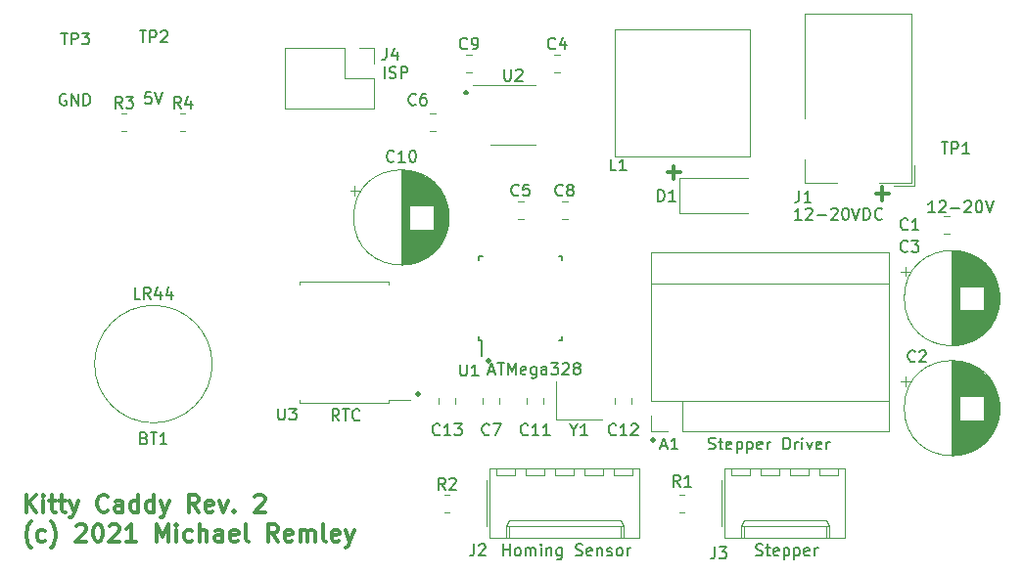
<source format=gbr>
G04 #@! TF.GenerationSoftware,KiCad,Pcbnew,(5.1.10)-1*
G04 #@! TF.CreationDate,2021-11-16T09:58:39-05:00*
G04 #@! TF.ProjectId,KittyCaddyV2,4b697474-7943-4616-9464-7956322e6b69,rev?*
G04 #@! TF.SameCoordinates,Original*
G04 #@! TF.FileFunction,Legend,Top*
G04 #@! TF.FilePolarity,Positive*
%FSLAX46Y46*%
G04 Gerber Fmt 4.6, Leading zero omitted, Abs format (unit mm)*
G04 Created by KiCad (PCBNEW (5.1.10)-1) date 2021-11-16 09:58:39*
%MOMM*%
%LPD*%
G01*
G04 APERTURE LIST*
%ADD10C,0.149860*%
%ADD11C,0.300000*%
%ADD12C,0.120000*%
%ADD13C,0.150000*%
G04 APERTURE END LIST*
D10*
X170466023Y-80208380D02*
X169894595Y-80208380D01*
X170180309Y-80208380D02*
X170180309Y-79208380D01*
X170085071Y-79351238D01*
X169989833Y-79446476D01*
X169894595Y-79494095D01*
X170846976Y-79303619D02*
X170894595Y-79256000D01*
X170989833Y-79208380D01*
X171227928Y-79208380D01*
X171323166Y-79256000D01*
X171370785Y-79303619D01*
X171418404Y-79398857D01*
X171418404Y-79494095D01*
X171370785Y-79636952D01*
X170799357Y-80208380D01*
X171418404Y-80208380D01*
X171846976Y-79827428D02*
X172608880Y-79827428D01*
X173037452Y-79303619D02*
X173085071Y-79256000D01*
X173180309Y-79208380D01*
X173418404Y-79208380D01*
X173513642Y-79256000D01*
X173561261Y-79303619D01*
X173608880Y-79398857D01*
X173608880Y-79494095D01*
X173561261Y-79636952D01*
X172989833Y-80208380D01*
X173608880Y-80208380D01*
X174227928Y-79208380D02*
X174323166Y-79208380D01*
X174418404Y-79256000D01*
X174466023Y-79303619D01*
X174513642Y-79398857D01*
X174561261Y-79589333D01*
X174561261Y-79827428D01*
X174513642Y-80017904D01*
X174466023Y-80113142D01*
X174418404Y-80160761D01*
X174323166Y-80208380D01*
X174227928Y-80208380D01*
X174132690Y-80160761D01*
X174085071Y-80113142D01*
X174037452Y-80017904D01*
X173989833Y-79827428D01*
X173989833Y-79589333D01*
X174037452Y-79398857D01*
X174085071Y-79303619D01*
X174132690Y-79256000D01*
X174227928Y-79208380D01*
X174846976Y-79208380D02*
X175180309Y-80208380D01*
X175513642Y-79208380D01*
X171013595Y-74128380D02*
X171585023Y-74128380D01*
X171299309Y-75128380D02*
X171299309Y-74128380D01*
X171918357Y-75128380D02*
X171918357Y-74128380D01*
X172299309Y-74128380D01*
X172394547Y-74176000D01*
X172442166Y-74223619D01*
X172489785Y-74318857D01*
X172489785Y-74461714D01*
X172442166Y-74556952D01*
X172394547Y-74604571D01*
X172299309Y-74652190D01*
X171918357Y-74652190D01*
X173442166Y-75128380D02*
X172870738Y-75128380D01*
X173156452Y-75128380D02*
X173156452Y-74128380D01*
X173061214Y-74271238D01*
X172965976Y-74366476D01*
X172870738Y-74414095D01*
X101671595Y-64476380D02*
X102243023Y-64476380D01*
X101957309Y-65476380D02*
X101957309Y-64476380D01*
X102576357Y-65476380D02*
X102576357Y-64476380D01*
X102957309Y-64476380D01*
X103052547Y-64524000D01*
X103100166Y-64571619D01*
X103147785Y-64666857D01*
X103147785Y-64809714D01*
X103100166Y-64904952D01*
X103052547Y-64952571D01*
X102957309Y-65000190D01*
X102576357Y-65000190D01*
X103528738Y-64571619D02*
X103576357Y-64524000D01*
X103671595Y-64476380D01*
X103909690Y-64476380D01*
X104004928Y-64524000D01*
X104052547Y-64571619D01*
X104100166Y-64666857D01*
X104100166Y-64762095D01*
X104052547Y-64904952D01*
X103481119Y-65476380D01*
X104100166Y-65476380D01*
X94877095Y-64666880D02*
X95448523Y-64666880D01*
X95162809Y-65666880D02*
X95162809Y-64666880D01*
X95781857Y-65666880D02*
X95781857Y-64666880D01*
X96162809Y-64666880D01*
X96258047Y-64714500D01*
X96305666Y-64762119D01*
X96353285Y-64857357D01*
X96353285Y-65000214D01*
X96305666Y-65095452D01*
X96258047Y-65143071D01*
X96162809Y-65190690D01*
X95781857Y-65190690D01*
X96686619Y-64666880D02*
X97305666Y-64666880D01*
X96972333Y-65047833D01*
X97115190Y-65047833D01*
X97210428Y-65095452D01*
X97258047Y-65143071D01*
X97305666Y-65238309D01*
X97305666Y-65476404D01*
X97258047Y-65571642D01*
X97210428Y-65619261D01*
X97115190Y-65666880D01*
X96829476Y-65666880D01*
X96734238Y-65619261D01*
X96686619Y-65571642D01*
X102679523Y-69810380D02*
X102203333Y-69810380D01*
X102155714Y-70286571D01*
X102203333Y-70238952D01*
X102298571Y-70191333D01*
X102536666Y-70191333D01*
X102631904Y-70238952D01*
X102679523Y-70286571D01*
X102727142Y-70381809D01*
X102727142Y-70619904D01*
X102679523Y-70715142D01*
X102631904Y-70762761D01*
X102536666Y-70810380D01*
X102298571Y-70810380D01*
X102203333Y-70762761D01*
X102155714Y-70715142D01*
X103012857Y-69810380D02*
X103346190Y-70810380D01*
X103679523Y-69810380D01*
X95313595Y-69985000D02*
X95218357Y-69937380D01*
X95075500Y-69937380D01*
X94932642Y-69985000D01*
X94837404Y-70080238D01*
X94789785Y-70175476D01*
X94742166Y-70365952D01*
X94742166Y-70508809D01*
X94789785Y-70699285D01*
X94837404Y-70794523D01*
X94932642Y-70889761D01*
X95075500Y-70937380D01*
X95170738Y-70937380D01*
X95313595Y-70889761D01*
X95361214Y-70842142D01*
X95361214Y-70508809D01*
X95170738Y-70508809D01*
X95789785Y-70937380D02*
X95789785Y-69937380D01*
X96361214Y-70937380D01*
X96361214Y-69937380D01*
X96837404Y-70937380D02*
X96837404Y-69937380D01*
X97075500Y-69937380D01*
X97218357Y-69985000D01*
X97313595Y-70080238D01*
X97361214Y-70175476D01*
X97408833Y-70365952D01*
X97408833Y-70508809D01*
X97361214Y-70699285D01*
X97313595Y-70794523D01*
X97218357Y-70889761D01*
X97075500Y-70937380D01*
X96837404Y-70937380D01*
D11*
X146050000Y-99849714D02*
X145978571Y-99921142D01*
X146050000Y-99992571D01*
X146121428Y-99921142D01*
X146050000Y-99849714D01*
X146050000Y-99992571D01*
X166496928Y-78593142D02*
X165354071Y-78593142D01*
X165925500Y-79164571D02*
X165925500Y-78021714D01*
D10*
X158925023Y-80843380D02*
X158353595Y-80843380D01*
X158639309Y-80843380D02*
X158639309Y-79843380D01*
X158544071Y-79986238D01*
X158448833Y-80081476D01*
X158353595Y-80129095D01*
X159305976Y-79938619D02*
X159353595Y-79891000D01*
X159448833Y-79843380D01*
X159686928Y-79843380D01*
X159782166Y-79891000D01*
X159829785Y-79938619D01*
X159877404Y-80033857D01*
X159877404Y-80129095D01*
X159829785Y-80271952D01*
X159258357Y-80843380D01*
X159877404Y-80843380D01*
X160305976Y-80462428D02*
X161067880Y-80462428D01*
X161496452Y-79938619D02*
X161544071Y-79891000D01*
X161639309Y-79843380D01*
X161877404Y-79843380D01*
X161972642Y-79891000D01*
X162020261Y-79938619D01*
X162067880Y-80033857D01*
X162067880Y-80129095D01*
X162020261Y-80271952D01*
X161448833Y-80843380D01*
X162067880Y-80843380D01*
X162686928Y-79843380D02*
X162782166Y-79843380D01*
X162877404Y-79891000D01*
X162925023Y-79938619D01*
X162972642Y-80033857D01*
X163020261Y-80224333D01*
X163020261Y-80462428D01*
X162972642Y-80652904D01*
X162925023Y-80748142D01*
X162877404Y-80795761D01*
X162782166Y-80843380D01*
X162686928Y-80843380D01*
X162591690Y-80795761D01*
X162544071Y-80748142D01*
X162496452Y-80652904D01*
X162448833Y-80462428D01*
X162448833Y-80224333D01*
X162496452Y-80033857D01*
X162544071Y-79938619D01*
X162591690Y-79891000D01*
X162686928Y-79843380D01*
X163305976Y-79843380D02*
X163639309Y-80843380D01*
X163972642Y-79843380D01*
X164305976Y-80843380D02*
X164305976Y-79843380D01*
X164544071Y-79843380D01*
X164686928Y-79891000D01*
X164782166Y-79986238D01*
X164829785Y-80081476D01*
X164877404Y-80271952D01*
X164877404Y-80414809D01*
X164829785Y-80605285D01*
X164782166Y-80700523D01*
X164686928Y-80795761D01*
X164544071Y-80843380D01*
X164305976Y-80843380D01*
X165877404Y-80748142D02*
X165829785Y-80795761D01*
X165686928Y-80843380D01*
X165591690Y-80843380D01*
X165448833Y-80795761D01*
X165353595Y-80700523D01*
X165305976Y-80605285D01*
X165258357Y-80414809D01*
X165258357Y-80271952D01*
X165305976Y-80081476D01*
X165353595Y-79986238D01*
X165448833Y-79891000D01*
X165591690Y-79843380D01*
X165686928Y-79843380D01*
X165829785Y-79891000D01*
X165877404Y-79938619D01*
X154964142Y-109878761D02*
X155107000Y-109926380D01*
X155345095Y-109926380D01*
X155440333Y-109878761D01*
X155487952Y-109831142D01*
X155535571Y-109735904D01*
X155535571Y-109640666D01*
X155487952Y-109545428D01*
X155440333Y-109497809D01*
X155345095Y-109450190D01*
X155154619Y-109402571D01*
X155059380Y-109354952D01*
X155011761Y-109307333D01*
X154964142Y-109212095D01*
X154964142Y-109116857D01*
X155011761Y-109021619D01*
X155059380Y-108974000D01*
X155154619Y-108926380D01*
X155392714Y-108926380D01*
X155535571Y-108974000D01*
X155821285Y-109259714D02*
X156202238Y-109259714D01*
X155964142Y-108926380D02*
X155964142Y-109783523D01*
X156011761Y-109878761D01*
X156107000Y-109926380D01*
X156202238Y-109926380D01*
X156916523Y-109878761D02*
X156821285Y-109926380D01*
X156630809Y-109926380D01*
X156535571Y-109878761D01*
X156487952Y-109783523D01*
X156487952Y-109402571D01*
X156535571Y-109307333D01*
X156630809Y-109259714D01*
X156821285Y-109259714D01*
X156916523Y-109307333D01*
X156964142Y-109402571D01*
X156964142Y-109497809D01*
X156487952Y-109593047D01*
X157392714Y-109259714D02*
X157392714Y-110259714D01*
X157392714Y-109307333D02*
X157487952Y-109259714D01*
X157678428Y-109259714D01*
X157773666Y-109307333D01*
X157821285Y-109354952D01*
X157868904Y-109450190D01*
X157868904Y-109735904D01*
X157821285Y-109831142D01*
X157773666Y-109878761D01*
X157678428Y-109926380D01*
X157487952Y-109926380D01*
X157392714Y-109878761D01*
X158297476Y-109259714D02*
X158297476Y-110259714D01*
X158297476Y-109307333D02*
X158392714Y-109259714D01*
X158583190Y-109259714D01*
X158678428Y-109307333D01*
X158726047Y-109354952D01*
X158773666Y-109450190D01*
X158773666Y-109735904D01*
X158726047Y-109831142D01*
X158678428Y-109878761D01*
X158583190Y-109926380D01*
X158392714Y-109926380D01*
X158297476Y-109878761D01*
X159583190Y-109878761D02*
X159487952Y-109926380D01*
X159297476Y-109926380D01*
X159202238Y-109878761D01*
X159154619Y-109783523D01*
X159154619Y-109402571D01*
X159202238Y-109307333D01*
X159297476Y-109259714D01*
X159487952Y-109259714D01*
X159583190Y-109307333D01*
X159630809Y-109402571D01*
X159630809Y-109497809D01*
X159154619Y-109593047D01*
X160059380Y-109926380D02*
X160059380Y-109259714D01*
X160059380Y-109450190D02*
X160107000Y-109354952D01*
X160154619Y-109307333D01*
X160249857Y-109259714D01*
X160345095Y-109259714D01*
D11*
X91865142Y-106147071D02*
X91865142Y-104647071D01*
X92722285Y-106147071D02*
X92079428Y-105289928D01*
X92722285Y-104647071D02*
X91865142Y-105504214D01*
X93365142Y-106147071D02*
X93365142Y-105147071D01*
X93365142Y-104647071D02*
X93293714Y-104718500D01*
X93365142Y-104789928D01*
X93436571Y-104718500D01*
X93365142Y-104647071D01*
X93365142Y-104789928D01*
X93865142Y-105147071D02*
X94436571Y-105147071D01*
X94079428Y-104647071D02*
X94079428Y-105932785D01*
X94150857Y-106075642D01*
X94293714Y-106147071D01*
X94436571Y-106147071D01*
X94722285Y-105147071D02*
X95293714Y-105147071D01*
X94936571Y-104647071D02*
X94936571Y-105932785D01*
X95008000Y-106075642D01*
X95150857Y-106147071D01*
X95293714Y-106147071D01*
X95650857Y-105147071D02*
X96008000Y-106147071D01*
X96365142Y-105147071D02*
X96008000Y-106147071D01*
X95865142Y-106504214D01*
X95793714Y-106575642D01*
X95650857Y-106647071D01*
X98936571Y-106004214D02*
X98865142Y-106075642D01*
X98650857Y-106147071D01*
X98508000Y-106147071D01*
X98293714Y-106075642D01*
X98150857Y-105932785D01*
X98079428Y-105789928D01*
X98008000Y-105504214D01*
X98008000Y-105289928D01*
X98079428Y-105004214D01*
X98150857Y-104861357D01*
X98293714Y-104718500D01*
X98508000Y-104647071D01*
X98650857Y-104647071D01*
X98865142Y-104718500D01*
X98936571Y-104789928D01*
X100222285Y-106147071D02*
X100222285Y-105361357D01*
X100150857Y-105218500D01*
X100008000Y-105147071D01*
X99722285Y-105147071D01*
X99579428Y-105218500D01*
X100222285Y-106075642D02*
X100079428Y-106147071D01*
X99722285Y-106147071D01*
X99579428Y-106075642D01*
X99508000Y-105932785D01*
X99508000Y-105789928D01*
X99579428Y-105647071D01*
X99722285Y-105575642D01*
X100079428Y-105575642D01*
X100222285Y-105504214D01*
X101579428Y-106147071D02*
X101579428Y-104647071D01*
X101579428Y-106075642D02*
X101436571Y-106147071D01*
X101150857Y-106147071D01*
X101008000Y-106075642D01*
X100936571Y-106004214D01*
X100865142Y-105861357D01*
X100865142Y-105432785D01*
X100936571Y-105289928D01*
X101008000Y-105218500D01*
X101150857Y-105147071D01*
X101436571Y-105147071D01*
X101579428Y-105218500D01*
X102936571Y-106147071D02*
X102936571Y-104647071D01*
X102936571Y-106075642D02*
X102793714Y-106147071D01*
X102508000Y-106147071D01*
X102365142Y-106075642D01*
X102293714Y-106004214D01*
X102222285Y-105861357D01*
X102222285Y-105432785D01*
X102293714Y-105289928D01*
X102365142Y-105218500D01*
X102508000Y-105147071D01*
X102793714Y-105147071D01*
X102936571Y-105218500D01*
X103508000Y-105147071D02*
X103865142Y-106147071D01*
X104222285Y-105147071D02*
X103865142Y-106147071D01*
X103722285Y-106504214D01*
X103650857Y-106575642D01*
X103508000Y-106647071D01*
X106793714Y-106147071D02*
X106293714Y-105432785D01*
X105936571Y-106147071D02*
X105936571Y-104647071D01*
X106508000Y-104647071D01*
X106650857Y-104718500D01*
X106722285Y-104789928D01*
X106793714Y-104932785D01*
X106793714Y-105147071D01*
X106722285Y-105289928D01*
X106650857Y-105361357D01*
X106508000Y-105432785D01*
X105936571Y-105432785D01*
X108008000Y-106075642D02*
X107865142Y-106147071D01*
X107579428Y-106147071D01*
X107436571Y-106075642D01*
X107365142Y-105932785D01*
X107365142Y-105361357D01*
X107436571Y-105218500D01*
X107579428Y-105147071D01*
X107865142Y-105147071D01*
X108008000Y-105218500D01*
X108079428Y-105361357D01*
X108079428Y-105504214D01*
X107365142Y-105647071D01*
X108579428Y-105147071D02*
X108936571Y-106147071D01*
X109293714Y-105147071D01*
X109865142Y-106004214D02*
X109936571Y-106075642D01*
X109865142Y-106147071D01*
X109793714Y-106075642D01*
X109865142Y-106004214D01*
X109865142Y-106147071D01*
X111650857Y-104789928D02*
X111722285Y-104718500D01*
X111865142Y-104647071D01*
X112222285Y-104647071D01*
X112365142Y-104718500D01*
X112436571Y-104789928D01*
X112508000Y-104932785D01*
X112508000Y-105075642D01*
X112436571Y-105289928D01*
X111579428Y-106147071D01*
X112508000Y-106147071D01*
X92293714Y-109268500D02*
X92222285Y-109197071D01*
X92079428Y-108982785D01*
X92008000Y-108839928D01*
X91936571Y-108625642D01*
X91865142Y-108268500D01*
X91865142Y-107982785D01*
X91936571Y-107625642D01*
X92008000Y-107411357D01*
X92079428Y-107268500D01*
X92222285Y-107054214D01*
X92293714Y-106982785D01*
X93508000Y-108625642D02*
X93365142Y-108697071D01*
X93079428Y-108697071D01*
X92936571Y-108625642D01*
X92865142Y-108554214D01*
X92793714Y-108411357D01*
X92793714Y-107982785D01*
X92865142Y-107839928D01*
X92936571Y-107768500D01*
X93079428Y-107697071D01*
X93365142Y-107697071D01*
X93508000Y-107768500D01*
X94008000Y-109268500D02*
X94079428Y-109197071D01*
X94222285Y-108982785D01*
X94293714Y-108839928D01*
X94365142Y-108625642D01*
X94436571Y-108268500D01*
X94436571Y-107982785D01*
X94365142Y-107625642D01*
X94293714Y-107411357D01*
X94222285Y-107268500D01*
X94079428Y-107054214D01*
X94008000Y-106982785D01*
X96222285Y-107339928D02*
X96293714Y-107268500D01*
X96436571Y-107197071D01*
X96793714Y-107197071D01*
X96936571Y-107268500D01*
X97008000Y-107339928D01*
X97079428Y-107482785D01*
X97079428Y-107625642D01*
X97008000Y-107839928D01*
X96150857Y-108697071D01*
X97079428Y-108697071D01*
X98008000Y-107197071D02*
X98150857Y-107197071D01*
X98293714Y-107268500D01*
X98365142Y-107339928D01*
X98436571Y-107482785D01*
X98508000Y-107768500D01*
X98508000Y-108125642D01*
X98436571Y-108411357D01*
X98365142Y-108554214D01*
X98293714Y-108625642D01*
X98150857Y-108697071D01*
X98008000Y-108697071D01*
X97865142Y-108625642D01*
X97793714Y-108554214D01*
X97722285Y-108411357D01*
X97650857Y-108125642D01*
X97650857Y-107768500D01*
X97722285Y-107482785D01*
X97793714Y-107339928D01*
X97865142Y-107268500D01*
X98008000Y-107197071D01*
X99079428Y-107339928D02*
X99150857Y-107268500D01*
X99293714Y-107197071D01*
X99650857Y-107197071D01*
X99793714Y-107268500D01*
X99865142Y-107339928D01*
X99936571Y-107482785D01*
X99936571Y-107625642D01*
X99865142Y-107839928D01*
X99008000Y-108697071D01*
X99936571Y-108697071D01*
X101365142Y-108697071D02*
X100508000Y-108697071D01*
X100936571Y-108697071D02*
X100936571Y-107197071D01*
X100793714Y-107411357D01*
X100650857Y-107554214D01*
X100508000Y-107625642D01*
X103150857Y-108697071D02*
X103150857Y-107197071D01*
X103650857Y-108268500D01*
X104150857Y-107197071D01*
X104150857Y-108697071D01*
X104865142Y-108697071D02*
X104865142Y-107697071D01*
X104865142Y-107197071D02*
X104793714Y-107268500D01*
X104865142Y-107339928D01*
X104936571Y-107268500D01*
X104865142Y-107197071D01*
X104865142Y-107339928D01*
X106222285Y-108625642D02*
X106079428Y-108697071D01*
X105793714Y-108697071D01*
X105650857Y-108625642D01*
X105579428Y-108554214D01*
X105508000Y-108411357D01*
X105508000Y-107982785D01*
X105579428Y-107839928D01*
X105650857Y-107768500D01*
X105793714Y-107697071D01*
X106079428Y-107697071D01*
X106222285Y-107768500D01*
X106865142Y-108697071D02*
X106865142Y-107197071D01*
X107508000Y-108697071D02*
X107508000Y-107911357D01*
X107436571Y-107768500D01*
X107293714Y-107697071D01*
X107079428Y-107697071D01*
X106936571Y-107768500D01*
X106865142Y-107839928D01*
X108865142Y-108697071D02*
X108865142Y-107911357D01*
X108793714Y-107768500D01*
X108650857Y-107697071D01*
X108365142Y-107697071D01*
X108222285Y-107768500D01*
X108865142Y-108625642D02*
X108722285Y-108697071D01*
X108365142Y-108697071D01*
X108222285Y-108625642D01*
X108150857Y-108482785D01*
X108150857Y-108339928D01*
X108222285Y-108197071D01*
X108365142Y-108125642D01*
X108722285Y-108125642D01*
X108865142Y-108054214D01*
X110150857Y-108625642D02*
X110008000Y-108697071D01*
X109722285Y-108697071D01*
X109579428Y-108625642D01*
X109508000Y-108482785D01*
X109508000Y-107911357D01*
X109579428Y-107768500D01*
X109722285Y-107697071D01*
X110008000Y-107697071D01*
X110150857Y-107768500D01*
X110222285Y-107911357D01*
X110222285Y-108054214D01*
X109508000Y-108197071D01*
X111079428Y-108697071D02*
X110936571Y-108625642D01*
X110865142Y-108482785D01*
X110865142Y-107197071D01*
X113650857Y-108697071D02*
X113150857Y-107982785D01*
X112793714Y-108697071D02*
X112793714Y-107197071D01*
X113365142Y-107197071D01*
X113508000Y-107268500D01*
X113579428Y-107339928D01*
X113650857Y-107482785D01*
X113650857Y-107697071D01*
X113579428Y-107839928D01*
X113508000Y-107911357D01*
X113365142Y-107982785D01*
X112793714Y-107982785D01*
X114865142Y-108625642D02*
X114722285Y-108697071D01*
X114436571Y-108697071D01*
X114293714Y-108625642D01*
X114222285Y-108482785D01*
X114222285Y-107911357D01*
X114293714Y-107768500D01*
X114436571Y-107697071D01*
X114722285Y-107697071D01*
X114865142Y-107768500D01*
X114936571Y-107911357D01*
X114936571Y-108054214D01*
X114222285Y-108197071D01*
X115579428Y-108697071D02*
X115579428Y-107697071D01*
X115579428Y-107839928D02*
X115650857Y-107768500D01*
X115793714Y-107697071D01*
X116008000Y-107697071D01*
X116150857Y-107768500D01*
X116222285Y-107911357D01*
X116222285Y-108697071D01*
X116222285Y-107911357D02*
X116293714Y-107768500D01*
X116436571Y-107697071D01*
X116650857Y-107697071D01*
X116793714Y-107768500D01*
X116865142Y-107911357D01*
X116865142Y-108697071D01*
X117793714Y-108697071D02*
X117650857Y-108625642D01*
X117579428Y-108482785D01*
X117579428Y-107197071D01*
X118936571Y-108625642D02*
X118793714Y-108697071D01*
X118508000Y-108697071D01*
X118365142Y-108625642D01*
X118293714Y-108482785D01*
X118293714Y-107911357D01*
X118365142Y-107768500D01*
X118508000Y-107697071D01*
X118793714Y-107697071D01*
X118936571Y-107768500D01*
X119008000Y-107911357D01*
X119008000Y-108054214D01*
X118293714Y-108197071D01*
X119508000Y-107697071D02*
X119865142Y-108697071D01*
X120222285Y-107697071D02*
X119865142Y-108697071D01*
X119722285Y-109054214D01*
X119650857Y-109125642D01*
X119508000Y-109197071D01*
X131826000Y-92991714D02*
X131754571Y-93063142D01*
X131826000Y-93134571D01*
X131897428Y-93063142D01*
X131826000Y-92991714D01*
X131826000Y-93134571D01*
X125730000Y-95849214D02*
X125658571Y-95920642D01*
X125730000Y-95992071D01*
X125801428Y-95920642D01*
X125730000Y-95849214D01*
X125730000Y-95992071D01*
X129921000Y-69750714D02*
X129849571Y-69822142D01*
X129921000Y-69893571D01*
X129992428Y-69822142D01*
X129921000Y-69750714D01*
X129921000Y-69893571D01*
X148462928Y-76751642D02*
X147320071Y-76751642D01*
X147891500Y-77323071D02*
X147891500Y-76180214D01*
D10*
X122848809Y-68587880D02*
X122848809Y-67587880D01*
X123277380Y-68540261D02*
X123420238Y-68587880D01*
X123658333Y-68587880D01*
X123753571Y-68540261D01*
X123801190Y-68492642D01*
X123848809Y-68397404D01*
X123848809Y-68302166D01*
X123801190Y-68206928D01*
X123753571Y-68159309D01*
X123658333Y-68111690D01*
X123467857Y-68064071D01*
X123372619Y-68016452D01*
X123325000Y-67968833D01*
X123277380Y-67873595D01*
X123277380Y-67778357D01*
X123325000Y-67683119D01*
X123372619Y-67635500D01*
X123467857Y-67587880D01*
X123705952Y-67587880D01*
X123848809Y-67635500D01*
X124277380Y-68587880D02*
X124277380Y-67587880D01*
X124658333Y-67587880D01*
X124753571Y-67635500D01*
X124801190Y-67683119D01*
X124848809Y-67778357D01*
X124848809Y-67921214D01*
X124801190Y-68016452D01*
X124753571Y-68064071D01*
X124658333Y-68111690D01*
X124277380Y-68111690D01*
X131874119Y-93956166D02*
X132350309Y-93956166D01*
X131778880Y-94241880D02*
X132112214Y-93241880D01*
X132445547Y-94241880D01*
X132636023Y-93241880D02*
X133207452Y-93241880D01*
X132921738Y-94241880D02*
X132921738Y-93241880D01*
X133540785Y-94241880D02*
X133540785Y-93241880D01*
X133874119Y-93956166D01*
X134207452Y-93241880D01*
X134207452Y-94241880D01*
X135064595Y-94194261D02*
X134969357Y-94241880D01*
X134778880Y-94241880D01*
X134683642Y-94194261D01*
X134636023Y-94099023D01*
X134636023Y-93718071D01*
X134683642Y-93622833D01*
X134778880Y-93575214D01*
X134969357Y-93575214D01*
X135064595Y-93622833D01*
X135112214Y-93718071D01*
X135112214Y-93813309D01*
X134636023Y-93908547D01*
X135969357Y-93575214D02*
X135969357Y-94384738D01*
X135921738Y-94479976D01*
X135874119Y-94527595D01*
X135778880Y-94575214D01*
X135636023Y-94575214D01*
X135540785Y-94527595D01*
X135969357Y-94194261D02*
X135874119Y-94241880D01*
X135683642Y-94241880D01*
X135588404Y-94194261D01*
X135540785Y-94146642D01*
X135493166Y-94051404D01*
X135493166Y-93765690D01*
X135540785Y-93670452D01*
X135588404Y-93622833D01*
X135683642Y-93575214D01*
X135874119Y-93575214D01*
X135969357Y-93622833D01*
X136874119Y-94241880D02*
X136874119Y-93718071D01*
X136826500Y-93622833D01*
X136731261Y-93575214D01*
X136540785Y-93575214D01*
X136445547Y-93622833D01*
X136874119Y-94194261D02*
X136778880Y-94241880D01*
X136540785Y-94241880D01*
X136445547Y-94194261D01*
X136397928Y-94099023D01*
X136397928Y-94003785D01*
X136445547Y-93908547D01*
X136540785Y-93860928D01*
X136778880Y-93860928D01*
X136874119Y-93813309D01*
X137255071Y-93241880D02*
X137874119Y-93241880D01*
X137540785Y-93622833D01*
X137683642Y-93622833D01*
X137778880Y-93670452D01*
X137826500Y-93718071D01*
X137874119Y-93813309D01*
X137874119Y-94051404D01*
X137826500Y-94146642D01*
X137778880Y-94194261D01*
X137683642Y-94241880D01*
X137397928Y-94241880D01*
X137302690Y-94194261D01*
X137255071Y-94146642D01*
X138255071Y-93337119D02*
X138302690Y-93289500D01*
X138397928Y-93241880D01*
X138636023Y-93241880D01*
X138731261Y-93289500D01*
X138778880Y-93337119D01*
X138826500Y-93432357D01*
X138826500Y-93527595D01*
X138778880Y-93670452D01*
X138207452Y-94241880D01*
X138826500Y-94241880D01*
X139397928Y-93670452D02*
X139302690Y-93622833D01*
X139255071Y-93575214D01*
X139207452Y-93479976D01*
X139207452Y-93432357D01*
X139255071Y-93337119D01*
X139302690Y-93289500D01*
X139397928Y-93241880D01*
X139588404Y-93241880D01*
X139683642Y-93289500D01*
X139731261Y-93337119D01*
X139778880Y-93432357D01*
X139778880Y-93479976D01*
X139731261Y-93575214D01*
X139683642Y-93622833D01*
X139588404Y-93670452D01*
X139397928Y-93670452D01*
X139302690Y-93718071D01*
X139255071Y-93765690D01*
X139207452Y-93860928D01*
X139207452Y-94051404D01*
X139255071Y-94146642D01*
X139302690Y-94194261D01*
X139397928Y-94241880D01*
X139588404Y-94241880D01*
X139683642Y-94194261D01*
X139731261Y-94146642D01*
X139778880Y-94051404D01*
X139778880Y-93860928D01*
X139731261Y-93765690D01*
X139683642Y-93718071D01*
X139588404Y-93670452D01*
X118935571Y-98242380D02*
X118602238Y-97766190D01*
X118364142Y-98242380D02*
X118364142Y-97242380D01*
X118745095Y-97242380D01*
X118840333Y-97290000D01*
X118887952Y-97337619D01*
X118935571Y-97432857D01*
X118935571Y-97575714D01*
X118887952Y-97670952D01*
X118840333Y-97718571D01*
X118745095Y-97766190D01*
X118364142Y-97766190D01*
X119221285Y-97242380D02*
X119792714Y-97242380D01*
X119507000Y-98242380D02*
X119507000Y-97242380D01*
X120697476Y-98147142D02*
X120649857Y-98194761D01*
X120507000Y-98242380D01*
X120411761Y-98242380D01*
X120268904Y-98194761D01*
X120173666Y-98099523D01*
X120126047Y-98004285D01*
X120078428Y-97813809D01*
X120078428Y-97670952D01*
X120126047Y-97480476D01*
X120173666Y-97385238D01*
X120268904Y-97290000D01*
X120411761Y-97242380D01*
X120507000Y-97242380D01*
X120649857Y-97290000D01*
X120697476Y-97337619D01*
X133104619Y-109926380D02*
X133104619Y-108926380D01*
X133104619Y-109402571D02*
X133676047Y-109402571D01*
X133676047Y-109926380D02*
X133676047Y-108926380D01*
X134295095Y-109926380D02*
X134199857Y-109878761D01*
X134152238Y-109831142D01*
X134104619Y-109735904D01*
X134104619Y-109450190D01*
X134152238Y-109354952D01*
X134199857Y-109307333D01*
X134295095Y-109259714D01*
X134437952Y-109259714D01*
X134533190Y-109307333D01*
X134580809Y-109354952D01*
X134628428Y-109450190D01*
X134628428Y-109735904D01*
X134580809Y-109831142D01*
X134533190Y-109878761D01*
X134437952Y-109926380D01*
X134295095Y-109926380D01*
X135057000Y-109926380D02*
X135057000Y-109259714D01*
X135057000Y-109354952D02*
X135104619Y-109307333D01*
X135199857Y-109259714D01*
X135342714Y-109259714D01*
X135437952Y-109307333D01*
X135485571Y-109402571D01*
X135485571Y-109926380D01*
X135485571Y-109402571D02*
X135533190Y-109307333D01*
X135628428Y-109259714D01*
X135771285Y-109259714D01*
X135866523Y-109307333D01*
X135914142Y-109402571D01*
X135914142Y-109926380D01*
X136390333Y-109926380D02*
X136390333Y-109259714D01*
X136390333Y-108926380D02*
X136342714Y-108974000D01*
X136390333Y-109021619D01*
X136437952Y-108974000D01*
X136390333Y-108926380D01*
X136390333Y-109021619D01*
X136866523Y-109259714D02*
X136866523Y-109926380D01*
X136866523Y-109354952D02*
X136914142Y-109307333D01*
X137009380Y-109259714D01*
X137152238Y-109259714D01*
X137247476Y-109307333D01*
X137295095Y-109402571D01*
X137295095Y-109926380D01*
X138199857Y-109259714D02*
X138199857Y-110069238D01*
X138152238Y-110164476D01*
X138104619Y-110212095D01*
X138009380Y-110259714D01*
X137866523Y-110259714D01*
X137771285Y-110212095D01*
X138199857Y-109878761D02*
X138104619Y-109926380D01*
X137914142Y-109926380D01*
X137818904Y-109878761D01*
X137771285Y-109831142D01*
X137723666Y-109735904D01*
X137723666Y-109450190D01*
X137771285Y-109354952D01*
X137818904Y-109307333D01*
X137914142Y-109259714D01*
X138104619Y-109259714D01*
X138199857Y-109307333D01*
X139390333Y-109878761D02*
X139533190Y-109926380D01*
X139771285Y-109926380D01*
X139866523Y-109878761D01*
X139914142Y-109831142D01*
X139961761Y-109735904D01*
X139961761Y-109640666D01*
X139914142Y-109545428D01*
X139866523Y-109497809D01*
X139771285Y-109450190D01*
X139580809Y-109402571D01*
X139485571Y-109354952D01*
X139437952Y-109307333D01*
X139390333Y-109212095D01*
X139390333Y-109116857D01*
X139437952Y-109021619D01*
X139485571Y-108974000D01*
X139580809Y-108926380D01*
X139818904Y-108926380D01*
X139961761Y-108974000D01*
X140771285Y-109878761D02*
X140676047Y-109926380D01*
X140485571Y-109926380D01*
X140390333Y-109878761D01*
X140342714Y-109783523D01*
X140342714Y-109402571D01*
X140390333Y-109307333D01*
X140485571Y-109259714D01*
X140676047Y-109259714D01*
X140771285Y-109307333D01*
X140818904Y-109402571D01*
X140818904Y-109497809D01*
X140342714Y-109593047D01*
X141247476Y-109259714D02*
X141247476Y-109926380D01*
X141247476Y-109354952D02*
X141295095Y-109307333D01*
X141390333Y-109259714D01*
X141533190Y-109259714D01*
X141628428Y-109307333D01*
X141676047Y-109402571D01*
X141676047Y-109926380D01*
X142104619Y-109878761D02*
X142199857Y-109926380D01*
X142390333Y-109926380D01*
X142485571Y-109878761D01*
X142533190Y-109783523D01*
X142533190Y-109735904D01*
X142485571Y-109640666D01*
X142390333Y-109593047D01*
X142247476Y-109593047D01*
X142152238Y-109545428D01*
X142104619Y-109450190D01*
X142104619Y-109402571D01*
X142152238Y-109307333D01*
X142247476Y-109259714D01*
X142390333Y-109259714D01*
X142485571Y-109307333D01*
X143104619Y-109926380D02*
X143009380Y-109878761D01*
X142961761Y-109831142D01*
X142914142Y-109735904D01*
X142914142Y-109450190D01*
X142961761Y-109354952D01*
X143009380Y-109307333D01*
X143104619Y-109259714D01*
X143247476Y-109259714D01*
X143342714Y-109307333D01*
X143390333Y-109354952D01*
X143437952Y-109450190D01*
X143437952Y-109735904D01*
X143390333Y-109831142D01*
X143342714Y-109878761D01*
X143247476Y-109926380D01*
X143104619Y-109926380D01*
X143866523Y-109926380D02*
X143866523Y-109259714D01*
X143866523Y-109450190D02*
X143914142Y-109354952D01*
X143961761Y-109307333D01*
X144057000Y-109259714D01*
X144152238Y-109259714D01*
X150892523Y-100671261D02*
X151035380Y-100718880D01*
X151273476Y-100718880D01*
X151368714Y-100671261D01*
X151416333Y-100623642D01*
X151463952Y-100528404D01*
X151463952Y-100433166D01*
X151416333Y-100337928D01*
X151368714Y-100290309D01*
X151273476Y-100242690D01*
X151083000Y-100195071D01*
X150987761Y-100147452D01*
X150940142Y-100099833D01*
X150892523Y-100004595D01*
X150892523Y-99909357D01*
X150940142Y-99814119D01*
X150987761Y-99766500D01*
X151083000Y-99718880D01*
X151321095Y-99718880D01*
X151463952Y-99766500D01*
X151749666Y-100052214D02*
X152130619Y-100052214D01*
X151892523Y-99718880D02*
X151892523Y-100576023D01*
X151940142Y-100671261D01*
X152035380Y-100718880D01*
X152130619Y-100718880D01*
X152844904Y-100671261D02*
X152749666Y-100718880D01*
X152559190Y-100718880D01*
X152463952Y-100671261D01*
X152416333Y-100576023D01*
X152416333Y-100195071D01*
X152463952Y-100099833D01*
X152559190Y-100052214D01*
X152749666Y-100052214D01*
X152844904Y-100099833D01*
X152892523Y-100195071D01*
X152892523Y-100290309D01*
X152416333Y-100385547D01*
X153321095Y-100052214D02*
X153321095Y-101052214D01*
X153321095Y-100099833D02*
X153416333Y-100052214D01*
X153606809Y-100052214D01*
X153702047Y-100099833D01*
X153749666Y-100147452D01*
X153797285Y-100242690D01*
X153797285Y-100528404D01*
X153749666Y-100623642D01*
X153702047Y-100671261D01*
X153606809Y-100718880D01*
X153416333Y-100718880D01*
X153321095Y-100671261D01*
X154225857Y-100052214D02*
X154225857Y-101052214D01*
X154225857Y-100099833D02*
X154321095Y-100052214D01*
X154511571Y-100052214D01*
X154606809Y-100099833D01*
X154654428Y-100147452D01*
X154702047Y-100242690D01*
X154702047Y-100528404D01*
X154654428Y-100623642D01*
X154606809Y-100671261D01*
X154511571Y-100718880D01*
X154321095Y-100718880D01*
X154225857Y-100671261D01*
X155511571Y-100671261D02*
X155416333Y-100718880D01*
X155225857Y-100718880D01*
X155130619Y-100671261D01*
X155083000Y-100576023D01*
X155083000Y-100195071D01*
X155130619Y-100099833D01*
X155225857Y-100052214D01*
X155416333Y-100052214D01*
X155511571Y-100099833D01*
X155559190Y-100195071D01*
X155559190Y-100290309D01*
X155083000Y-100385547D01*
X155987761Y-100718880D02*
X155987761Y-100052214D01*
X155987761Y-100242690D02*
X156035380Y-100147452D01*
X156083000Y-100099833D01*
X156178238Y-100052214D01*
X156273476Y-100052214D01*
X157368714Y-100718880D02*
X157368714Y-99718880D01*
X157606809Y-99718880D01*
X157749666Y-99766500D01*
X157844904Y-99861738D01*
X157892523Y-99956976D01*
X157940142Y-100147452D01*
X157940142Y-100290309D01*
X157892523Y-100480785D01*
X157844904Y-100576023D01*
X157749666Y-100671261D01*
X157606809Y-100718880D01*
X157368714Y-100718880D01*
X158368714Y-100718880D02*
X158368714Y-100052214D01*
X158368714Y-100242690D02*
X158416333Y-100147452D01*
X158463952Y-100099833D01*
X158559190Y-100052214D01*
X158654428Y-100052214D01*
X158987761Y-100718880D02*
X158987761Y-100052214D01*
X158987761Y-99718880D02*
X158940142Y-99766500D01*
X158987761Y-99814119D01*
X159035380Y-99766500D01*
X158987761Y-99718880D01*
X158987761Y-99814119D01*
X159368714Y-100052214D02*
X159606809Y-100718880D01*
X159844904Y-100052214D01*
X160606809Y-100671261D02*
X160511571Y-100718880D01*
X160321095Y-100718880D01*
X160225857Y-100671261D01*
X160178238Y-100576023D01*
X160178238Y-100195071D01*
X160225857Y-100099833D01*
X160321095Y-100052214D01*
X160511571Y-100052214D01*
X160606809Y-100099833D01*
X160654428Y-100195071D01*
X160654428Y-100290309D01*
X160178238Y-100385547D01*
X161083000Y-100718880D02*
X161083000Y-100052214D01*
X161083000Y-100242690D02*
X161130619Y-100147452D01*
X161178238Y-100099833D01*
X161273476Y-100052214D01*
X161368714Y-100052214D01*
D12*
G04 #@! TO.C,U3*
X123240000Y-96445000D02*
X125055000Y-96445000D01*
X123240000Y-96700000D02*
X123240000Y-96445000D01*
X119380000Y-96700000D02*
X123240000Y-96700000D01*
X115520000Y-96700000D02*
X115520000Y-96445000D01*
X119380000Y-96700000D02*
X115520000Y-96700000D01*
X123240000Y-86180000D02*
X123240000Y-86435000D01*
X119380000Y-86180000D02*
X123240000Y-86180000D01*
X115520000Y-86180000D02*
X115520000Y-86435000D01*
X119380000Y-86180000D02*
X115520000Y-86180000D01*
G04 #@! TO.C,L1*
X142740000Y-75350000D02*
X154440000Y-75350000D01*
X142740000Y-64350000D02*
X142740000Y-75350000D01*
X154440000Y-64350000D02*
X142740000Y-64350000D01*
X154440000Y-75350000D02*
X154440000Y-64350000D01*
G04 #@! TO.C,BT1*
X107956346Y-93345000D02*
G75*
G03*
X107956346Y-93345000I-5086346J0D01*
G01*
G04 #@! TO.C,C10*
X120295302Y-77930000D02*
X120295302Y-78730000D01*
X119895302Y-78330000D02*
X120695302Y-78330000D01*
X128386000Y-80112000D02*
X128386000Y-81178000D01*
X128346000Y-79877000D02*
X128346000Y-81413000D01*
X128306000Y-79697000D02*
X128306000Y-81593000D01*
X128266000Y-79547000D02*
X128266000Y-81743000D01*
X128226000Y-79416000D02*
X128226000Y-81874000D01*
X128186000Y-79299000D02*
X128186000Y-81991000D01*
X128146000Y-79192000D02*
X128146000Y-82098000D01*
X128106000Y-79093000D02*
X128106000Y-82197000D01*
X128066000Y-79000000D02*
X128066000Y-82290000D01*
X128026000Y-78914000D02*
X128026000Y-82376000D01*
X127986000Y-78832000D02*
X127986000Y-82458000D01*
X127946000Y-78755000D02*
X127946000Y-82535000D01*
X127906000Y-78681000D02*
X127906000Y-82609000D01*
X127866000Y-78611000D02*
X127866000Y-82679000D01*
X127826000Y-78543000D02*
X127826000Y-82747000D01*
X127786000Y-78479000D02*
X127786000Y-82811000D01*
X127746000Y-78417000D02*
X127746000Y-82873000D01*
X127706000Y-78358000D02*
X127706000Y-82932000D01*
X127666000Y-78300000D02*
X127666000Y-82990000D01*
X127626000Y-78245000D02*
X127626000Y-83045000D01*
X127586000Y-78191000D02*
X127586000Y-83099000D01*
X127546000Y-78140000D02*
X127546000Y-83150000D01*
X127506000Y-78089000D02*
X127506000Y-83201000D01*
X127466000Y-78041000D02*
X127466000Y-83249000D01*
X127426000Y-77994000D02*
X127426000Y-83296000D01*
X127386000Y-77948000D02*
X127386000Y-83342000D01*
X127346000Y-77904000D02*
X127346000Y-83386000D01*
X127306000Y-77861000D02*
X127306000Y-83429000D01*
X127266000Y-77819000D02*
X127266000Y-83471000D01*
X127226000Y-77778000D02*
X127226000Y-83512000D01*
X127186000Y-77738000D02*
X127186000Y-83552000D01*
X127146000Y-77700000D02*
X127146000Y-83590000D01*
X127106000Y-77662000D02*
X127106000Y-83628000D01*
X127066000Y-81685000D02*
X127066000Y-83664000D01*
X127066000Y-77626000D02*
X127066000Y-79605000D01*
X127026000Y-81685000D02*
X127026000Y-83700000D01*
X127026000Y-77590000D02*
X127026000Y-79605000D01*
X126986000Y-81685000D02*
X126986000Y-83735000D01*
X126986000Y-77555000D02*
X126986000Y-79605000D01*
X126946000Y-81685000D02*
X126946000Y-83769000D01*
X126946000Y-77521000D02*
X126946000Y-79605000D01*
X126906000Y-81685000D02*
X126906000Y-83801000D01*
X126906000Y-77489000D02*
X126906000Y-79605000D01*
X126866000Y-81685000D02*
X126866000Y-83834000D01*
X126866000Y-77456000D02*
X126866000Y-79605000D01*
X126826000Y-81685000D02*
X126826000Y-83865000D01*
X126826000Y-77425000D02*
X126826000Y-79605000D01*
X126786000Y-81685000D02*
X126786000Y-83895000D01*
X126786000Y-77395000D02*
X126786000Y-79605000D01*
X126746000Y-81685000D02*
X126746000Y-83925000D01*
X126746000Y-77365000D02*
X126746000Y-79605000D01*
X126706000Y-81685000D02*
X126706000Y-83954000D01*
X126706000Y-77336000D02*
X126706000Y-79605000D01*
X126666000Y-81685000D02*
X126666000Y-83983000D01*
X126666000Y-77307000D02*
X126666000Y-79605000D01*
X126626000Y-81685000D02*
X126626000Y-84010000D01*
X126626000Y-77280000D02*
X126626000Y-79605000D01*
X126586000Y-81685000D02*
X126586000Y-84037000D01*
X126586000Y-77253000D02*
X126586000Y-79605000D01*
X126546000Y-81685000D02*
X126546000Y-84063000D01*
X126546000Y-77227000D02*
X126546000Y-79605000D01*
X126506000Y-81685000D02*
X126506000Y-84089000D01*
X126506000Y-77201000D02*
X126506000Y-79605000D01*
X126466000Y-81685000D02*
X126466000Y-84114000D01*
X126466000Y-77176000D02*
X126466000Y-79605000D01*
X126426000Y-81685000D02*
X126426000Y-84138000D01*
X126426000Y-77152000D02*
X126426000Y-79605000D01*
X126386000Y-81685000D02*
X126386000Y-84162000D01*
X126386000Y-77128000D02*
X126386000Y-79605000D01*
X126346000Y-81685000D02*
X126346000Y-84185000D01*
X126346000Y-77105000D02*
X126346000Y-79605000D01*
X126306000Y-81685000D02*
X126306000Y-84207000D01*
X126306000Y-77083000D02*
X126306000Y-79605000D01*
X126266000Y-81685000D02*
X126266000Y-84229000D01*
X126266000Y-77061000D02*
X126266000Y-79605000D01*
X126226000Y-81685000D02*
X126226000Y-84251000D01*
X126226000Y-77039000D02*
X126226000Y-79605000D01*
X126186000Y-81685000D02*
X126186000Y-84272000D01*
X126186000Y-77018000D02*
X126186000Y-79605000D01*
X126146000Y-81685000D02*
X126146000Y-84292000D01*
X126146000Y-76998000D02*
X126146000Y-79605000D01*
X126106000Y-81685000D02*
X126106000Y-84311000D01*
X126106000Y-76979000D02*
X126106000Y-79605000D01*
X126066000Y-81685000D02*
X126066000Y-84331000D01*
X126066000Y-76959000D02*
X126066000Y-79605000D01*
X126026000Y-81685000D02*
X126026000Y-84349000D01*
X126026000Y-76941000D02*
X126026000Y-79605000D01*
X125986000Y-81685000D02*
X125986000Y-84367000D01*
X125986000Y-76923000D02*
X125986000Y-79605000D01*
X125946000Y-81685000D02*
X125946000Y-84385000D01*
X125946000Y-76905000D02*
X125946000Y-79605000D01*
X125906000Y-81685000D02*
X125906000Y-84402000D01*
X125906000Y-76888000D02*
X125906000Y-79605000D01*
X125866000Y-81685000D02*
X125866000Y-84419000D01*
X125866000Y-76871000D02*
X125866000Y-79605000D01*
X125826000Y-81685000D02*
X125826000Y-84435000D01*
X125826000Y-76855000D02*
X125826000Y-79605000D01*
X125786000Y-81685000D02*
X125786000Y-84450000D01*
X125786000Y-76840000D02*
X125786000Y-79605000D01*
X125746000Y-81685000D02*
X125746000Y-84466000D01*
X125746000Y-76824000D02*
X125746000Y-79605000D01*
X125706000Y-81685000D02*
X125706000Y-84480000D01*
X125706000Y-76810000D02*
X125706000Y-79605000D01*
X125666000Y-81685000D02*
X125666000Y-84495000D01*
X125666000Y-76795000D02*
X125666000Y-79605000D01*
X125626000Y-81685000D02*
X125626000Y-84508000D01*
X125626000Y-76782000D02*
X125626000Y-79605000D01*
X125586000Y-81685000D02*
X125586000Y-84522000D01*
X125586000Y-76768000D02*
X125586000Y-79605000D01*
X125546000Y-81685000D02*
X125546000Y-84534000D01*
X125546000Y-76756000D02*
X125546000Y-79605000D01*
X125506000Y-81685000D02*
X125506000Y-84547000D01*
X125506000Y-76743000D02*
X125506000Y-79605000D01*
X125466000Y-81685000D02*
X125466000Y-84559000D01*
X125466000Y-76731000D02*
X125466000Y-79605000D01*
X125426000Y-81685000D02*
X125426000Y-84570000D01*
X125426000Y-76720000D02*
X125426000Y-79605000D01*
X125386000Y-81685000D02*
X125386000Y-84581000D01*
X125386000Y-76709000D02*
X125386000Y-79605000D01*
X125346000Y-81685000D02*
X125346000Y-84592000D01*
X125346000Y-76698000D02*
X125346000Y-79605000D01*
X125306000Y-81685000D02*
X125306000Y-84602000D01*
X125306000Y-76688000D02*
X125306000Y-79605000D01*
X125266000Y-81685000D02*
X125266000Y-84612000D01*
X125266000Y-76678000D02*
X125266000Y-79605000D01*
X125226000Y-81685000D02*
X125226000Y-84621000D01*
X125226000Y-76669000D02*
X125226000Y-79605000D01*
X125186000Y-81685000D02*
X125186000Y-84630000D01*
X125186000Y-76660000D02*
X125186000Y-79605000D01*
X125146000Y-81685000D02*
X125146000Y-84639000D01*
X125146000Y-76651000D02*
X125146000Y-79605000D01*
X125106000Y-81685000D02*
X125106000Y-84647000D01*
X125106000Y-76643000D02*
X125106000Y-79605000D01*
X125066000Y-81685000D02*
X125066000Y-84655000D01*
X125066000Y-76635000D02*
X125066000Y-79605000D01*
X125026000Y-81685000D02*
X125026000Y-84662000D01*
X125026000Y-76628000D02*
X125026000Y-79605000D01*
X124985000Y-76621000D02*
X124985000Y-84669000D01*
X124945000Y-76615000D02*
X124945000Y-84675000D01*
X124905000Y-76608000D02*
X124905000Y-84682000D01*
X124865000Y-76603000D02*
X124865000Y-84687000D01*
X124825000Y-76597000D02*
X124825000Y-84693000D01*
X124785000Y-76593000D02*
X124785000Y-84697000D01*
X124745000Y-76588000D02*
X124745000Y-84702000D01*
X124705000Y-76584000D02*
X124705000Y-84706000D01*
X124665000Y-76580000D02*
X124665000Y-84710000D01*
X124625000Y-76577000D02*
X124625000Y-84713000D01*
X124585000Y-76574000D02*
X124585000Y-84716000D01*
X124545000Y-76571000D02*
X124545000Y-84719000D01*
X124505000Y-76569000D02*
X124505000Y-84721000D01*
X124465000Y-76568000D02*
X124465000Y-84722000D01*
X124425000Y-76566000D02*
X124425000Y-84724000D01*
X124385000Y-76565000D02*
X124385000Y-84725000D01*
X124345000Y-76565000D02*
X124345000Y-84725000D01*
X124305000Y-76565000D02*
X124305000Y-84725000D01*
X128425000Y-80645000D02*
G75*
G03*
X128425000Y-80645000I-4120000J0D01*
G01*
G04 #@! TO.C,C3*
X167920302Y-84915000D02*
X167920302Y-85715000D01*
X167520302Y-85315000D02*
X168320302Y-85315000D01*
X176011000Y-87097000D02*
X176011000Y-88163000D01*
X175971000Y-86862000D02*
X175971000Y-88398000D01*
X175931000Y-86682000D02*
X175931000Y-88578000D01*
X175891000Y-86532000D02*
X175891000Y-88728000D01*
X175851000Y-86401000D02*
X175851000Y-88859000D01*
X175811000Y-86284000D02*
X175811000Y-88976000D01*
X175771000Y-86177000D02*
X175771000Y-89083000D01*
X175731000Y-86078000D02*
X175731000Y-89182000D01*
X175691000Y-85985000D02*
X175691000Y-89275000D01*
X175651000Y-85899000D02*
X175651000Y-89361000D01*
X175611000Y-85817000D02*
X175611000Y-89443000D01*
X175571000Y-85740000D02*
X175571000Y-89520000D01*
X175531000Y-85666000D02*
X175531000Y-89594000D01*
X175491000Y-85596000D02*
X175491000Y-89664000D01*
X175451000Y-85528000D02*
X175451000Y-89732000D01*
X175411000Y-85464000D02*
X175411000Y-89796000D01*
X175371000Y-85402000D02*
X175371000Y-89858000D01*
X175331000Y-85343000D02*
X175331000Y-89917000D01*
X175291000Y-85285000D02*
X175291000Y-89975000D01*
X175251000Y-85230000D02*
X175251000Y-90030000D01*
X175211000Y-85176000D02*
X175211000Y-90084000D01*
X175171000Y-85125000D02*
X175171000Y-90135000D01*
X175131000Y-85074000D02*
X175131000Y-90186000D01*
X175091000Y-85026000D02*
X175091000Y-90234000D01*
X175051000Y-84979000D02*
X175051000Y-90281000D01*
X175011000Y-84933000D02*
X175011000Y-90327000D01*
X174971000Y-84889000D02*
X174971000Y-90371000D01*
X174931000Y-84846000D02*
X174931000Y-90414000D01*
X174891000Y-84804000D02*
X174891000Y-90456000D01*
X174851000Y-84763000D02*
X174851000Y-90497000D01*
X174811000Y-84723000D02*
X174811000Y-90537000D01*
X174771000Y-84685000D02*
X174771000Y-90575000D01*
X174731000Y-84647000D02*
X174731000Y-90613000D01*
X174691000Y-88670000D02*
X174691000Y-90649000D01*
X174691000Y-84611000D02*
X174691000Y-86590000D01*
X174651000Y-88670000D02*
X174651000Y-90685000D01*
X174651000Y-84575000D02*
X174651000Y-86590000D01*
X174611000Y-88670000D02*
X174611000Y-90720000D01*
X174611000Y-84540000D02*
X174611000Y-86590000D01*
X174571000Y-88670000D02*
X174571000Y-90754000D01*
X174571000Y-84506000D02*
X174571000Y-86590000D01*
X174531000Y-88670000D02*
X174531000Y-90786000D01*
X174531000Y-84474000D02*
X174531000Y-86590000D01*
X174491000Y-88670000D02*
X174491000Y-90819000D01*
X174491000Y-84441000D02*
X174491000Y-86590000D01*
X174451000Y-88670000D02*
X174451000Y-90850000D01*
X174451000Y-84410000D02*
X174451000Y-86590000D01*
X174411000Y-88670000D02*
X174411000Y-90880000D01*
X174411000Y-84380000D02*
X174411000Y-86590000D01*
X174371000Y-88670000D02*
X174371000Y-90910000D01*
X174371000Y-84350000D02*
X174371000Y-86590000D01*
X174331000Y-88670000D02*
X174331000Y-90939000D01*
X174331000Y-84321000D02*
X174331000Y-86590000D01*
X174291000Y-88670000D02*
X174291000Y-90968000D01*
X174291000Y-84292000D02*
X174291000Y-86590000D01*
X174251000Y-88670000D02*
X174251000Y-90995000D01*
X174251000Y-84265000D02*
X174251000Y-86590000D01*
X174211000Y-88670000D02*
X174211000Y-91022000D01*
X174211000Y-84238000D02*
X174211000Y-86590000D01*
X174171000Y-88670000D02*
X174171000Y-91048000D01*
X174171000Y-84212000D02*
X174171000Y-86590000D01*
X174131000Y-88670000D02*
X174131000Y-91074000D01*
X174131000Y-84186000D02*
X174131000Y-86590000D01*
X174091000Y-88670000D02*
X174091000Y-91099000D01*
X174091000Y-84161000D02*
X174091000Y-86590000D01*
X174051000Y-88670000D02*
X174051000Y-91123000D01*
X174051000Y-84137000D02*
X174051000Y-86590000D01*
X174011000Y-88670000D02*
X174011000Y-91147000D01*
X174011000Y-84113000D02*
X174011000Y-86590000D01*
X173971000Y-88670000D02*
X173971000Y-91170000D01*
X173971000Y-84090000D02*
X173971000Y-86590000D01*
X173931000Y-88670000D02*
X173931000Y-91192000D01*
X173931000Y-84068000D02*
X173931000Y-86590000D01*
X173891000Y-88670000D02*
X173891000Y-91214000D01*
X173891000Y-84046000D02*
X173891000Y-86590000D01*
X173851000Y-88670000D02*
X173851000Y-91236000D01*
X173851000Y-84024000D02*
X173851000Y-86590000D01*
X173811000Y-88670000D02*
X173811000Y-91257000D01*
X173811000Y-84003000D02*
X173811000Y-86590000D01*
X173771000Y-88670000D02*
X173771000Y-91277000D01*
X173771000Y-83983000D02*
X173771000Y-86590000D01*
X173731000Y-88670000D02*
X173731000Y-91296000D01*
X173731000Y-83964000D02*
X173731000Y-86590000D01*
X173691000Y-88670000D02*
X173691000Y-91316000D01*
X173691000Y-83944000D02*
X173691000Y-86590000D01*
X173651000Y-88670000D02*
X173651000Y-91334000D01*
X173651000Y-83926000D02*
X173651000Y-86590000D01*
X173611000Y-88670000D02*
X173611000Y-91352000D01*
X173611000Y-83908000D02*
X173611000Y-86590000D01*
X173571000Y-88670000D02*
X173571000Y-91370000D01*
X173571000Y-83890000D02*
X173571000Y-86590000D01*
X173531000Y-88670000D02*
X173531000Y-91387000D01*
X173531000Y-83873000D02*
X173531000Y-86590000D01*
X173491000Y-88670000D02*
X173491000Y-91404000D01*
X173491000Y-83856000D02*
X173491000Y-86590000D01*
X173451000Y-88670000D02*
X173451000Y-91420000D01*
X173451000Y-83840000D02*
X173451000Y-86590000D01*
X173411000Y-88670000D02*
X173411000Y-91435000D01*
X173411000Y-83825000D02*
X173411000Y-86590000D01*
X173371000Y-88670000D02*
X173371000Y-91451000D01*
X173371000Y-83809000D02*
X173371000Y-86590000D01*
X173331000Y-88670000D02*
X173331000Y-91465000D01*
X173331000Y-83795000D02*
X173331000Y-86590000D01*
X173291000Y-88670000D02*
X173291000Y-91480000D01*
X173291000Y-83780000D02*
X173291000Y-86590000D01*
X173251000Y-88670000D02*
X173251000Y-91493000D01*
X173251000Y-83767000D02*
X173251000Y-86590000D01*
X173211000Y-88670000D02*
X173211000Y-91507000D01*
X173211000Y-83753000D02*
X173211000Y-86590000D01*
X173171000Y-88670000D02*
X173171000Y-91519000D01*
X173171000Y-83741000D02*
X173171000Y-86590000D01*
X173131000Y-88670000D02*
X173131000Y-91532000D01*
X173131000Y-83728000D02*
X173131000Y-86590000D01*
X173091000Y-88670000D02*
X173091000Y-91544000D01*
X173091000Y-83716000D02*
X173091000Y-86590000D01*
X173051000Y-88670000D02*
X173051000Y-91555000D01*
X173051000Y-83705000D02*
X173051000Y-86590000D01*
X173011000Y-88670000D02*
X173011000Y-91566000D01*
X173011000Y-83694000D02*
X173011000Y-86590000D01*
X172971000Y-88670000D02*
X172971000Y-91577000D01*
X172971000Y-83683000D02*
X172971000Y-86590000D01*
X172931000Y-88670000D02*
X172931000Y-91587000D01*
X172931000Y-83673000D02*
X172931000Y-86590000D01*
X172891000Y-88670000D02*
X172891000Y-91597000D01*
X172891000Y-83663000D02*
X172891000Y-86590000D01*
X172851000Y-88670000D02*
X172851000Y-91606000D01*
X172851000Y-83654000D02*
X172851000Y-86590000D01*
X172811000Y-88670000D02*
X172811000Y-91615000D01*
X172811000Y-83645000D02*
X172811000Y-86590000D01*
X172771000Y-88670000D02*
X172771000Y-91624000D01*
X172771000Y-83636000D02*
X172771000Y-86590000D01*
X172731000Y-88670000D02*
X172731000Y-91632000D01*
X172731000Y-83628000D02*
X172731000Y-86590000D01*
X172691000Y-88670000D02*
X172691000Y-91640000D01*
X172691000Y-83620000D02*
X172691000Y-86590000D01*
X172651000Y-88670000D02*
X172651000Y-91647000D01*
X172651000Y-83613000D02*
X172651000Y-86590000D01*
X172610000Y-83606000D02*
X172610000Y-91654000D01*
X172570000Y-83600000D02*
X172570000Y-91660000D01*
X172530000Y-83593000D02*
X172530000Y-91667000D01*
X172490000Y-83588000D02*
X172490000Y-91672000D01*
X172450000Y-83582000D02*
X172450000Y-91678000D01*
X172410000Y-83578000D02*
X172410000Y-91682000D01*
X172370000Y-83573000D02*
X172370000Y-91687000D01*
X172330000Y-83569000D02*
X172330000Y-91691000D01*
X172290000Y-83565000D02*
X172290000Y-91695000D01*
X172250000Y-83562000D02*
X172250000Y-91698000D01*
X172210000Y-83559000D02*
X172210000Y-91701000D01*
X172170000Y-83556000D02*
X172170000Y-91704000D01*
X172130000Y-83554000D02*
X172130000Y-91706000D01*
X172090000Y-83553000D02*
X172090000Y-91707000D01*
X172050000Y-83551000D02*
X172050000Y-91709000D01*
X172010000Y-83550000D02*
X172010000Y-91710000D01*
X171970000Y-83550000D02*
X171970000Y-91710000D01*
X171930000Y-83550000D02*
X171930000Y-91710000D01*
X176050000Y-87630000D02*
G75*
G03*
X176050000Y-87630000I-4120000J0D01*
G01*
G04 #@! TO.C,C2*
X167920302Y-94440000D02*
X167920302Y-95240000D01*
X167520302Y-94840000D02*
X168320302Y-94840000D01*
X176011000Y-96622000D02*
X176011000Y-97688000D01*
X175971000Y-96387000D02*
X175971000Y-97923000D01*
X175931000Y-96207000D02*
X175931000Y-98103000D01*
X175891000Y-96057000D02*
X175891000Y-98253000D01*
X175851000Y-95926000D02*
X175851000Y-98384000D01*
X175811000Y-95809000D02*
X175811000Y-98501000D01*
X175771000Y-95702000D02*
X175771000Y-98608000D01*
X175731000Y-95603000D02*
X175731000Y-98707000D01*
X175691000Y-95510000D02*
X175691000Y-98800000D01*
X175651000Y-95424000D02*
X175651000Y-98886000D01*
X175611000Y-95342000D02*
X175611000Y-98968000D01*
X175571000Y-95265000D02*
X175571000Y-99045000D01*
X175531000Y-95191000D02*
X175531000Y-99119000D01*
X175491000Y-95121000D02*
X175491000Y-99189000D01*
X175451000Y-95053000D02*
X175451000Y-99257000D01*
X175411000Y-94989000D02*
X175411000Y-99321000D01*
X175371000Y-94927000D02*
X175371000Y-99383000D01*
X175331000Y-94868000D02*
X175331000Y-99442000D01*
X175291000Y-94810000D02*
X175291000Y-99500000D01*
X175251000Y-94755000D02*
X175251000Y-99555000D01*
X175211000Y-94701000D02*
X175211000Y-99609000D01*
X175171000Y-94650000D02*
X175171000Y-99660000D01*
X175131000Y-94599000D02*
X175131000Y-99711000D01*
X175091000Y-94551000D02*
X175091000Y-99759000D01*
X175051000Y-94504000D02*
X175051000Y-99806000D01*
X175011000Y-94458000D02*
X175011000Y-99852000D01*
X174971000Y-94414000D02*
X174971000Y-99896000D01*
X174931000Y-94371000D02*
X174931000Y-99939000D01*
X174891000Y-94329000D02*
X174891000Y-99981000D01*
X174851000Y-94288000D02*
X174851000Y-100022000D01*
X174811000Y-94248000D02*
X174811000Y-100062000D01*
X174771000Y-94210000D02*
X174771000Y-100100000D01*
X174731000Y-94172000D02*
X174731000Y-100138000D01*
X174691000Y-98195000D02*
X174691000Y-100174000D01*
X174691000Y-94136000D02*
X174691000Y-96115000D01*
X174651000Y-98195000D02*
X174651000Y-100210000D01*
X174651000Y-94100000D02*
X174651000Y-96115000D01*
X174611000Y-98195000D02*
X174611000Y-100245000D01*
X174611000Y-94065000D02*
X174611000Y-96115000D01*
X174571000Y-98195000D02*
X174571000Y-100279000D01*
X174571000Y-94031000D02*
X174571000Y-96115000D01*
X174531000Y-98195000D02*
X174531000Y-100311000D01*
X174531000Y-93999000D02*
X174531000Y-96115000D01*
X174491000Y-98195000D02*
X174491000Y-100344000D01*
X174491000Y-93966000D02*
X174491000Y-96115000D01*
X174451000Y-98195000D02*
X174451000Y-100375000D01*
X174451000Y-93935000D02*
X174451000Y-96115000D01*
X174411000Y-98195000D02*
X174411000Y-100405000D01*
X174411000Y-93905000D02*
X174411000Y-96115000D01*
X174371000Y-98195000D02*
X174371000Y-100435000D01*
X174371000Y-93875000D02*
X174371000Y-96115000D01*
X174331000Y-98195000D02*
X174331000Y-100464000D01*
X174331000Y-93846000D02*
X174331000Y-96115000D01*
X174291000Y-98195000D02*
X174291000Y-100493000D01*
X174291000Y-93817000D02*
X174291000Y-96115000D01*
X174251000Y-98195000D02*
X174251000Y-100520000D01*
X174251000Y-93790000D02*
X174251000Y-96115000D01*
X174211000Y-98195000D02*
X174211000Y-100547000D01*
X174211000Y-93763000D02*
X174211000Y-96115000D01*
X174171000Y-98195000D02*
X174171000Y-100573000D01*
X174171000Y-93737000D02*
X174171000Y-96115000D01*
X174131000Y-98195000D02*
X174131000Y-100599000D01*
X174131000Y-93711000D02*
X174131000Y-96115000D01*
X174091000Y-98195000D02*
X174091000Y-100624000D01*
X174091000Y-93686000D02*
X174091000Y-96115000D01*
X174051000Y-98195000D02*
X174051000Y-100648000D01*
X174051000Y-93662000D02*
X174051000Y-96115000D01*
X174011000Y-98195000D02*
X174011000Y-100672000D01*
X174011000Y-93638000D02*
X174011000Y-96115000D01*
X173971000Y-98195000D02*
X173971000Y-100695000D01*
X173971000Y-93615000D02*
X173971000Y-96115000D01*
X173931000Y-98195000D02*
X173931000Y-100717000D01*
X173931000Y-93593000D02*
X173931000Y-96115000D01*
X173891000Y-98195000D02*
X173891000Y-100739000D01*
X173891000Y-93571000D02*
X173891000Y-96115000D01*
X173851000Y-98195000D02*
X173851000Y-100761000D01*
X173851000Y-93549000D02*
X173851000Y-96115000D01*
X173811000Y-98195000D02*
X173811000Y-100782000D01*
X173811000Y-93528000D02*
X173811000Y-96115000D01*
X173771000Y-98195000D02*
X173771000Y-100802000D01*
X173771000Y-93508000D02*
X173771000Y-96115000D01*
X173731000Y-98195000D02*
X173731000Y-100821000D01*
X173731000Y-93489000D02*
X173731000Y-96115000D01*
X173691000Y-98195000D02*
X173691000Y-100841000D01*
X173691000Y-93469000D02*
X173691000Y-96115000D01*
X173651000Y-98195000D02*
X173651000Y-100859000D01*
X173651000Y-93451000D02*
X173651000Y-96115000D01*
X173611000Y-98195000D02*
X173611000Y-100877000D01*
X173611000Y-93433000D02*
X173611000Y-96115000D01*
X173571000Y-98195000D02*
X173571000Y-100895000D01*
X173571000Y-93415000D02*
X173571000Y-96115000D01*
X173531000Y-98195000D02*
X173531000Y-100912000D01*
X173531000Y-93398000D02*
X173531000Y-96115000D01*
X173491000Y-98195000D02*
X173491000Y-100929000D01*
X173491000Y-93381000D02*
X173491000Y-96115000D01*
X173451000Y-98195000D02*
X173451000Y-100945000D01*
X173451000Y-93365000D02*
X173451000Y-96115000D01*
X173411000Y-98195000D02*
X173411000Y-100960000D01*
X173411000Y-93350000D02*
X173411000Y-96115000D01*
X173371000Y-98195000D02*
X173371000Y-100976000D01*
X173371000Y-93334000D02*
X173371000Y-96115000D01*
X173331000Y-98195000D02*
X173331000Y-100990000D01*
X173331000Y-93320000D02*
X173331000Y-96115000D01*
X173291000Y-98195000D02*
X173291000Y-101005000D01*
X173291000Y-93305000D02*
X173291000Y-96115000D01*
X173251000Y-98195000D02*
X173251000Y-101018000D01*
X173251000Y-93292000D02*
X173251000Y-96115000D01*
X173211000Y-98195000D02*
X173211000Y-101032000D01*
X173211000Y-93278000D02*
X173211000Y-96115000D01*
X173171000Y-98195000D02*
X173171000Y-101044000D01*
X173171000Y-93266000D02*
X173171000Y-96115000D01*
X173131000Y-98195000D02*
X173131000Y-101057000D01*
X173131000Y-93253000D02*
X173131000Y-96115000D01*
X173091000Y-98195000D02*
X173091000Y-101069000D01*
X173091000Y-93241000D02*
X173091000Y-96115000D01*
X173051000Y-98195000D02*
X173051000Y-101080000D01*
X173051000Y-93230000D02*
X173051000Y-96115000D01*
X173011000Y-98195000D02*
X173011000Y-101091000D01*
X173011000Y-93219000D02*
X173011000Y-96115000D01*
X172971000Y-98195000D02*
X172971000Y-101102000D01*
X172971000Y-93208000D02*
X172971000Y-96115000D01*
X172931000Y-98195000D02*
X172931000Y-101112000D01*
X172931000Y-93198000D02*
X172931000Y-96115000D01*
X172891000Y-98195000D02*
X172891000Y-101122000D01*
X172891000Y-93188000D02*
X172891000Y-96115000D01*
X172851000Y-98195000D02*
X172851000Y-101131000D01*
X172851000Y-93179000D02*
X172851000Y-96115000D01*
X172811000Y-98195000D02*
X172811000Y-101140000D01*
X172811000Y-93170000D02*
X172811000Y-96115000D01*
X172771000Y-98195000D02*
X172771000Y-101149000D01*
X172771000Y-93161000D02*
X172771000Y-96115000D01*
X172731000Y-98195000D02*
X172731000Y-101157000D01*
X172731000Y-93153000D02*
X172731000Y-96115000D01*
X172691000Y-98195000D02*
X172691000Y-101165000D01*
X172691000Y-93145000D02*
X172691000Y-96115000D01*
X172651000Y-98195000D02*
X172651000Y-101172000D01*
X172651000Y-93138000D02*
X172651000Y-96115000D01*
X172610000Y-93131000D02*
X172610000Y-101179000D01*
X172570000Y-93125000D02*
X172570000Y-101185000D01*
X172530000Y-93118000D02*
X172530000Y-101192000D01*
X172490000Y-93113000D02*
X172490000Y-101197000D01*
X172450000Y-93107000D02*
X172450000Y-101203000D01*
X172410000Y-93103000D02*
X172410000Y-101207000D01*
X172370000Y-93098000D02*
X172370000Y-101212000D01*
X172330000Y-93094000D02*
X172330000Y-101216000D01*
X172290000Y-93090000D02*
X172290000Y-101220000D01*
X172250000Y-93087000D02*
X172250000Y-101223000D01*
X172210000Y-93084000D02*
X172210000Y-101226000D01*
X172170000Y-93081000D02*
X172170000Y-101229000D01*
X172130000Y-93079000D02*
X172130000Y-101231000D01*
X172090000Y-93078000D02*
X172090000Y-101232000D01*
X172050000Y-93076000D02*
X172050000Y-101234000D01*
X172010000Y-93075000D02*
X172010000Y-101235000D01*
X171970000Y-93075000D02*
X171970000Y-101235000D01*
X171930000Y-93075000D02*
X171930000Y-101235000D01*
X176050000Y-97155000D02*
G75*
G03*
X176050000Y-97155000I-4120000J0D01*
G01*
G04 #@! TO.C,Y1*
X137700000Y-94870000D02*
X137700000Y-98170000D01*
X137700000Y-98170000D02*
X141700000Y-98170000D01*
G04 #@! TO.C,R4*
X105182936Y-73125000D02*
X105637064Y-73125000D01*
X105182936Y-71655000D02*
X105637064Y-71655000D01*
G04 #@! TO.C,R3*
X100102936Y-73125000D02*
X100557064Y-73125000D01*
X100102936Y-71655000D02*
X100557064Y-71655000D01*
G04 #@! TO.C,R1*
X148817064Y-104675000D02*
X148362936Y-104675000D01*
X148817064Y-106145000D02*
X148362936Y-106145000D01*
G04 #@! TO.C,R2*
X128042936Y-106145000D02*
X128497064Y-106145000D01*
X128042936Y-104675000D02*
X128497064Y-104675000D01*
G04 #@! TO.C,C12*
X144245000Y-96258748D02*
X144245000Y-96781252D01*
X142775000Y-96258748D02*
X142775000Y-96781252D01*
G04 #@! TO.C,C11*
X136625000Y-96258748D02*
X136625000Y-96781252D01*
X135155000Y-96258748D02*
X135155000Y-96781252D01*
G04 #@! TO.C,C7*
X132815000Y-96258748D02*
X132815000Y-96781252D01*
X131345000Y-96258748D02*
X131345000Y-96781252D01*
G04 #@! TO.C,C8*
X138168748Y-80745000D02*
X138691252Y-80745000D01*
X138168748Y-79275000D02*
X138691252Y-79275000D01*
G04 #@! TO.C,C9*
X129913748Y-68045000D02*
X130436252Y-68045000D01*
X129913748Y-66575000D02*
X130436252Y-66575000D01*
G04 #@! TO.C,C4*
X137533748Y-68045000D02*
X138056252Y-68045000D01*
X137533748Y-66575000D02*
X138056252Y-66575000D01*
G04 #@! TO.C,C5*
X134881252Y-80745000D02*
X134358748Y-80745000D01*
X134881252Y-79275000D02*
X134358748Y-79275000D01*
G04 #@! TO.C,C6*
X126738748Y-73125000D02*
X127261252Y-73125000D01*
X126738748Y-71655000D02*
X127261252Y-71655000D01*
G04 #@! TO.C,C1*
X171188748Y-82015000D02*
X171711252Y-82015000D01*
X171188748Y-80545000D02*
X171711252Y-80545000D01*
G04 #@! TO.C,C13*
X129005000Y-96258748D02*
X129005000Y-96781252D01*
X127535000Y-96258748D02*
X127535000Y-96781252D01*
D13*
G04 #@! TO.C,U1*
X130995000Y-91255000D02*
X131220000Y-91255000D01*
X130995000Y-84005000D02*
X131320000Y-84005000D01*
X138245000Y-84005000D02*
X137920000Y-84005000D01*
X138245000Y-91255000D02*
X137920000Y-91255000D01*
X130995000Y-91255000D02*
X130995000Y-90930000D01*
X138245000Y-91255000D02*
X138245000Y-90930000D01*
X138245000Y-84005000D02*
X138245000Y-84330000D01*
X130995000Y-84005000D02*
X130995000Y-84330000D01*
X131220000Y-91255000D02*
X131220000Y-92680000D01*
D12*
G04 #@! TO.C,U2*
X133985000Y-69195000D02*
X130535000Y-69195000D01*
X133985000Y-69195000D02*
X135935000Y-69195000D01*
X133985000Y-74315000D02*
X132035000Y-74315000D01*
X133985000Y-74315000D02*
X135935000Y-74315000D01*
G04 #@! TO.C,J3*
X162090000Y-102980000D02*
X162090000Y-102380000D01*
X160490000Y-102980000D02*
X162090000Y-102980000D01*
X160490000Y-102380000D02*
X160490000Y-102980000D01*
X159550000Y-102980000D02*
X159550000Y-102380000D01*
X157950000Y-102980000D02*
X159550000Y-102980000D01*
X157950000Y-102380000D02*
X157950000Y-102980000D01*
X157010000Y-102980000D02*
X157010000Y-102380000D01*
X155410000Y-102980000D02*
X157010000Y-102980000D01*
X155410000Y-102380000D02*
X155410000Y-102980000D01*
X154470000Y-102980000D02*
X154470000Y-102380000D01*
X152870000Y-102980000D02*
X154470000Y-102980000D01*
X152870000Y-102380000D02*
X152870000Y-102980000D01*
X161040000Y-108400000D02*
X161040000Y-107400000D01*
X153920000Y-108400000D02*
X153920000Y-107400000D01*
X161040000Y-106870000D02*
X161290000Y-107400000D01*
X153920000Y-106870000D02*
X161040000Y-106870000D01*
X153670000Y-107400000D02*
X153920000Y-106870000D01*
X161290000Y-107400000D02*
X161290000Y-108400000D01*
X153670000Y-107400000D02*
X161290000Y-107400000D01*
X153670000Y-108400000D02*
X153670000Y-107400000D01*
X152000000Y-103410000D02*
X152000000Y-107410000D01*
X162670000Y-102380000D02*
X152290000Y-102380000D01*
X162670000Y-108400000D02*
X162670000Y-102380000D01*
X152290000Y-108400000D02*
X162670000Y-108400000D01*
X152290000Y-102380000D02*
X152290000Y-108400000D01*
G04 #@! TO.C,J2*
X144310000Y-102980000D02*
X144310000Y-102380000D01*
X142710000Y-102980000D02*
X144310000Y-102980000D01*
X142710000Y-102380000D02*
X142710000Y-102980000D01*
X141770000Y-102980000D02*
X141770000Y-102380000D01*
X140170000Y-102980000D02*
X141770000Y-102980000D01*
X140170000Y-102380000D02*
X140170000Y-102980000D01*
X139230000Y-102980000D02*
X139230000Y-102380000D01*
X137630000Y-102980000D02*
X139230000Y-102980000D01*
X137630000Y-102380000D02*
X137630000Y-102980000D01*
X136690000Y-102980000D02*
X136690000Y-102380000D01*
X135090000Y-102980000D02*
X136690000Y-102980000D01*
X135090000Y-102380000D02*
X135090000Y-102980000D01*
X134150000Y-102980000D02*
X134150000Y-102380000D01*
X132550000Y-102980000D02*
X134150000Y-102980000D01*
X132550000Y-102380000D02*
X132550000Y-102980000D01*
X143260000Y-108400000D02*
X143260000Y-107400000D01*
X133600000Y-108400000D02*
X133600000Y-107400000D01*
X143260000Y-106870000D02*
X143510000Y-107400000D01*
X133600000Y-106870000D02*
X143260000Y-106870000D01*
X133350000Y-107400000D02*
X133600000Y-106870000D01*
X143510000Y-107400000D02*
X143510000Y-108400000D01*
X133350000Y-107400000D02*
X143510000Y-107400000D01*
X133350000Y-108400000D02*
X133350000Y-107400000D01*
X131680000Y-103410000D02*
X131680000Y-107410000D01*
X144890000Y-102380000D02*
X131970000Y-102380000D01*
X144890000Y-108400000D02*
X144890000Y-102380000D01*
X131970000Y-108400000D02*
X144890000Y-108400000D01*
X131970000Y-102380000D02*
X131970000Y-108400000D01*
G04 #@! TO.C,J4*
X121980000Y-65980000D02*
X121980000Y-67310000D01*
X120650000Y-65980000D02*
X121980000Y-65980000D01*
X121980000Y-68580000D02*
X121980000Y-71180000D01*
X119380000Y-68580000D02*
X121980000Y-68580000D01*
X119380000Y-65980000D02*
X119380000Y-68580000D01*
X121980000Y-71180000D02*
X114240000Y-71180000D01*
X119380000Y-65980000D02*
X114240000Y-65980000D01*
X114240000Y-65980000D02*
X114240000Y-71180000D01*
G04 #@! TO.C,J1*
X168670000Y-77875000D02*
X166930000Y-77875000D01*
X168670000Y-76135000D02*
X168670000Y-77875000D01*
X159230000Y-77635000D02*
X159230000Y-75635000D01*
X162030000Y-77635000D02*
X159230000Y-77635000D01*
X168430000Y-77635000D02*
X165630000Y-77635000D01*
X168430000Y-63035000D02*
X168430000Y-77635000D01*
X159230000Y-63035000D02*
X168430000Y-63035000D01*
X159230000Y-72035000D02*
X159230000Y-63035000D01*
G04 #@! TO.C,D1*
X154265000Y-77205000D02*
X148380000Y-77205000D01*
X148380000Y-77205000D02*
X148380000Y-80275000D01*
X148380000Y-80275000D02*
X154265000Y-80275000D01*
G04 #@! TO.C,A1*
X145920000Y-83690000D02*
X145920000Y-96520000D01*
X166500000Y-83690000D02*
X145920000Y-83690000D01*
X166500000Y-99190000D02*
X166500000Y-83690000D01*
X148590000Y-99190000D02*
X166500000Y-99190000D01*
X148590000Y-96520000D02*
X148590000Y-99190000D01*
X145920000Y-96520000D02*
X148590000Y-96520000D01*
X145920000Y-99190000D02*
X147320000Y-99190000D01*
X145920000Y-97790000D02*
X145920000Y-99190000D01*
X148590000Y-96520000D02*
X166500000Y-96520000D01*
X145920000Y-86360000D02*
X166500000Y-86360000D01*
G04 #@! TO.C,U3*
D13*
X113665095Y-97178880D02*
X113665095Y-97988404D01*
X113712714Y-98083642D01*
X113760333Y-98131261D01*
X113855571Y-98178880D01*
X114046047Y-98178880D01*
X114141285Y-98131261D01*
X114188904Y-98083642D01*
X114236523Y-97988404D01*
X114236523Y-97178880D01*
X114617476Y-97178880D02*
X115236523Y-97178880D01*
X114903190Y-97559833D01*
X115046047Y-97559833D01*
X115141285Y-97607452D01*
X115188904Y-97655071D01*
X115236523Y-97750309D01*
X115236523Y-97988404D01*
X115188904Y-98083642D01*
X115141285Y-98131261D01*
X115046047Y-98178880D01*
X114760333Y-98178880D01*
X114665095Y-98131261D01*
X114617476Y-98083642D01*
G04 #@! TO.C,L1*
X142898833Y-76588880D02*
X142422642Y-76588880D01*
X142422642Y-75588880D01*
X143755976Y-76588880D02*
X143184547Y-76588880D01*
X143470261Y-76588880D02*
X143470261Y-75588880D01*
X143375023Y-75731738D01*
X143279785Y-75826976D01*
X143184547Y-75874595D01*
G04 #@! TO.C,BT1*
X102084285Y-99750571D02*
X102227142Y-99798190D01*
X102274761Y-99845809D01*
X102322380Y-99941047D01*
X102322380Y-100083904D01*
X102274761Y-100179142D01*
X102227142Y-100226761D01*
X102131904Y-100274380D01*
X101750952Y-100274380D01*
X101750952Y-99274380D01*
X102084285Y-99274380D01*
X102179523Y-99322000D01*
X102227142Y-99369619D01*
X102274761Y-99464857D01*
X102274761Y-99560095D01*
X102227142Y-99655333D01*
X102179523Y-99702952D01*
X102084285Y-99750571D01*
X101750952Y-99750571D01*
X102608095Y-99274380D02*
X103179523Y-99274380D01*
X102893809Y-100274380D02*
X102893809Y-99274380D01*
X104036666Y-100274380D02*
X103465238Y-100274380D01*
X103750952Y-100274380D02*
X103750952Y-99274380D01*
X103655714Y-99417238D01*
X103560476Y-99512476D01*
X103465238Y-99560095D01*
X101727142Y-87701380D02*
X101250952Y-87701380D01*
X101250952Y-86701380D01*
X102631904Y-87701380D02*
X102298571Y-87225190D01*
X102060476Y-87701380D02*
X102060476Y-86701380D01*
X102441428Y-86701380D01*
X102536666Y-86749000D01*
X102584285Y-86796619D01*
X102631904Y-86891857D01*
X102631904Y-87034714D01*
X102584285Y-87129952D01*
X102536666Y-87177571D01*
X102441428Y-87225190D01*
X102060476Y-87225190D01*
X103489047Y-87034714D02*
X103489047Y-87701380D01*
X103250952Y-86653761D02*
X103012857Y-87368047D01*
X103631904Y-87368047D01*
X104441428Y-87034714D02*
X104441428Y-87701380D01*
X104203333Y-86653761D02*
X103965238Y-87368047D01*
X104584285Y-87368047D01*
G04 #@! TO.C,C10*
X123662142Y-75752142D02*
X123614523Y-75799761D01*
X123471666Y-75847380D01*
X123376428Y-75847380D01*
X123233571Y-75799761D01*
X123138333Y-75704523D01*
X123090714Y-75609285D01*
X123043095Y-75418809D01*
X123043095Y-75275952D01*
X123090714Y-75085476D01*
X123138333Y-74990238D01*
X123233571Y-74895000D01*
X123376428Y-74847380D01*
X123471666Y-74847380D01*
X123614523Y-74895000D01*
X123662142Y-74942619D01*
X124614523Y-75847380D02*
X124043095Y-75847380D01*
X124328809Y-75847380D02*
X124328809Y-74847380D01*
X124233571Y-74990238D01*
X124138333Y-75085476D01*
X124043095Y-75133095D01*
X125233571Y-74847380D02*
X125328809Y-74847380D01*
X125424047Y-74895000D01*
X125471666Y-74942619D01*
X125519285Y-75037857D01*
X125566904Y-75228333D01*
X125566904Y-75466428D01*
X125519285Y-75656904D01*
X125471666Y-75752142D01*
X125424047Y-75799761D01*
X125328809Y-75847380D01*
X125233571Y-75847380D01*
X125138333Y-75799761D01*
X125090714Y-75752142D01*
X125043095Y-75656904D01*
X124995476Y-75466428D01*
X124995476Y-75228333D01*
X125043095Y-75037857D01*
X125090714Y-74942619D01*
X125138333Y-74895000D01*
X125233571Y-74847380D01*
G04 #@! TO.C,C3*
X168108333Y-83542142D02*
X168060714Y-83589761D01*
X167917857Y-83637380D01*
X167822619Y-83637380D01*
X167679761Y-83589761D01*
X167584523Y-83494523D01*
X167536904Y-83399285D01*
X167489285Y-83208809D01*
X167489285Y-83065952D01*
X167536904Y-82875476D01*
X167584523Y-82780238D01*
X167679761Y-82685000D01*
X167822619Y-82637380D01*
X167917857Y-82637380D01*
X168060714Y-82685000D01*
X168108333Y-82732619D01*
X168441666Y-82637380D02*
X169060714Y-82637380D01*
X168727380Y-83018333D01*
X168870238Y-83018333D01*
X168965476Y-83065952D01*
X169013095Y-83113571D01*
X169060714Y-83208809D01*
X169060714Y-83446904D01*
X169013095Y-83542142D01*
X168965476Y-83589761D01*
X168870238Y-83637380D01*
X168584523Y-83637380D01*
X168489285Y-83589761D01*
X168441666Y-83542142D01*
G04 #@! TO.C,C2*
X168743333Y-93067142D02*
X168695714Y-93114761D01*
X168552857Y-93162380D01*
X168457619Y-93162380D01*
X168314761Y-93114761D01*
X168219523Y-93019523D01*
X168171904Y-92924285D01*
X168124285Y-92733809D01*
X168124285Y-92590952D01*
X168171904Y-92400476D01*
X168219523Y-92305238D01*
X168314761Y-92210000D01*
X168457619Y-92162380D01*
X168552857Y-92162380D01*
X168695714Y-92210000D01*
X168743333Y-92257619D01*
X169124285Y-92257619D02*
X169171904Y-92210000D01*
X169267142Y-92162380D01*
X169505238Y-92162380D01*
X169600476Y-92210000D01*
X169648095Y-92257619D01*
X169695714Y-92352857D01*
X169695714Y-92448095D01*
X169648095Y-92590952D01*
X169076666Y-93162380D01*
X169695714Y-93162380D01*
G04 #@! TO.C,Y1*
X139223809Y-99036190D02*
X139223809Y-99512380D01*
X138890476Y-98512380D02*
X139223809Y-99036190D01*
X139557142Y-98512380D01*
X140414285Y-99512380D02*
X139842857Y-99512380D01*
X140128571Y-99512380D02*
X140128571Y-98512380D01*
X140033333Y-98655238D01*
X139938095Y-98750476D01*
X139842857Y-98798095D01*
G04 #@! TO.C,R4*
X105243333Y-71192380D02*
X104910000Y-70716190D01*
X104671904Y-71192380D02*
X104671904Y-70192380D01*
X105052857Y-70192380D01*
X105148095Y-70240000D01*
X105195714Y-70287619D01*
X105243333Y-70382857D01*
X105243333Y-70525714D01*
X105195714Y-70620952D01*
X105148095Y-70668571D01*
X105052857Y-70716190D01*
X104671904Y-70716190D01*
X106100476Y-70525714D02*
X106100476Y-71192380D01*
X105862380Y-70144761D02*
X105624285Y-70859047D01*
X106243333Y-70859047D01*
G04 #@! TO.C,R3*
X100163333Y-71192380D02*
X99830000Y-70716190D01*
X99591904Y-71192380D02*
X99591904Y-70192380D01*
X99972857Y-70192380D01*
X100068095Y-70240000D01*
X100115714Y-70287619D01*
X100163333Y-70382857D01*
X100163333Y-70525714D01*
X100115714Y-70620952D01*
X100068095Y-70668571D01*
X99972857Y-70716190D01*
X99591904Y-70716190D01*
X100496666Y-70192380D02*
X101115714Y-70192380D01*
X100782380Y-70573333D01*
X100925238Y-70573333D01*
X101020476Y-70620952D01*
X101068095Y-70668571D01*
X101115714Y-70763809D01*
X101115714Y-71001904D01*
X101068095Y-71097142D01*
X101020476Y-71144761D01*
X100925238Y-71192380D01*
X100639523Y-71192380D01*
X100544285Y-71144761D01*
X100496666Y-71097142D01*
G04 #@! TO.C,R1*
X148423333Y-103957380D02*
X148090000Y-103481190D01*
X147851904Y-103957380D02*
X147851904Y-102957380D01*
X148232857Y-102957380D01*
X148328095Y-103005000D01*
X148375714Y-103052619D01*
X148423333Y-103147857D01*
X148423333Y-103290714D01*
X148375714Y-103385952D01*
X148328095Y-103433571D01*
X148232857Y-103481190D01*
X147851904Y-103481190D01*
X149375714Y-103957380D02*
X148804285Y-103957380D01*
X149090000Y-103957380D02*
X149090000Y-102957380D01*
X148994761Y-103100238D01*
X148899523Y-103195476D01*
X148804285Y-103243095D01*
G04 #@! TO.C,R2*
X128103333Y-104212380D02*
X127770000Y-103736190D01*
X127531904Y-104212380D02*
X127531904Y-103212380D01*
X127912857Y-103212380D01*
X128008095Y-103260000D01*
X128055714Y-103307619D01*
X128103333Y-103402857D01*
X128103333Y-103545714D01*
X128055714Y-103640952D01*
X128008095Y-103688571D01*
X127912857Y-103736190D01*
X127531904Y-103736190D01*
X128484285Y-103307619D02*
X128531904Y-103260000D01*
X128627142Y-103212380D01*
X128865238Y-103212380D01*
X128960476Y-103260000D01*
X129008095Y-103307619D01*
X129055714Y-103402857D01*
X129055714Y-103498095D01*
X129008095Y-103640952D01*
X128436666Y-104212380D01*
X129055714Y-104212380D01*
G04 #@! TO.C,C12*
X142867142Y-99417142D02*
X142819523Y-99464761D01*
X142676666Y-99512380D01*
X142581428Y-99512380D01*
X142438571Y-99464761D01*
X142343333Y-99369523D01*
X142295714Y-99274285D01*
X142248095Y-99083809D01*
X142248095Y-98940952D01*
X142295714Y-98750476D01*
X142343333Y-98655238D01*
X142438571Y-98560000D01*
X142581428Y-98512380D01*
X142676666Y-98512380D01*
X142819523Y-98560000D01*
X142867142Y-98607619D01*
X143819523Y-99512380D02*
X143248095Y-99512380D01*
X143533809Y-99512380D02*
X143533809Y-98512380D01*
X143438571Y-98655238D01*
X143343333Y-98750476D01*
X143248095Y-98798095D01*
X144200476Y-98607619D02*
X144248095Y-98560000D01*
X144343333Y-98512380D01*
X144581428Y-98512380D01*
X144676666Y-98560000D01*
X144724285Y-98607619D01*
X144771904Y-98702857D01*
X144771904Y-98798095D01*
X144724285Y-98940952D01*
X144152857Y-99512380D01*
X144771904Y-99512380D01*
G04 #@! TO.C,C11*
X135247142Y-99417142D02*
X135199523Y-99464761D01*
X135056666Y-99512380D01*
X134961428Y-99512380D01*
X134818571Y-99464761D01*
X134723333Y-99369523D01*
X134675714Y-99274285D01*
X134628095Y-99083809D01*
X134628095Y-98940952D01*
X134675714Y-98750476D01*
X134723333Y-98655238D01*
X134818571Y-98560000D01*
X134961428Y-98512380D01*
X135056666Y-98512380D01*
X135199523Y-98560000D01*
X135247142Y-98607619D01*
X136199523Y-99512380D02*
X135628095Y-99512380D01*
X135913809Y-99512380D02*
X135913809Y-98512380D01*
X135818571Y-98655238D01*
X135723333Y-98750476D01*
X135628095Y-98798095D01*
X137151904Y-99512380D02*
X136580476Y-99512380D01*
X136866190Y-99512380D02*
X136866190Y-98512380D01*
X136770952Y-98655238D01*
X136675714Y-98750476D01*
X136580476Y-98798095D01*
G04 #@! TO.C,C7*
X131913333Y-99417142D02*
X131865714Y-99464761D01*
X131722857Y-99512380D01*
X131627619Y-99512380D01*
X131484761Y-99464761D01*
X131389523Y-99369523D01*
X131341904Y-99274285D01*
X131294285Y-99083809D01*
X131294285Y-98940952D01*
X131341904Y-98750476D01*
X131389523Y-98655238D01*
X131484761Y-98560000D01*
X131627619Y-98512380D01*
X131722857Y-98512380D01*
X131865714Y-98560000D01*
X131913333Y-98607619D01*
X132246666Y-98512380D02*
X132913333Y-98512380D01*
X132484761Y-99512380D01*
G04 #@! TO.C,C8*
X138263333Y-78687142D02*
X138215714Y-78734761D01*
X138072857Y-78782380D01*
X137977619Y-78782380D01*
X137834761Y-78734761D01*
X137739523Y-78639523D01*
X137691904Y-78544285D01*
X137644285Y-78353809D01*
X137644285Y-78210952D01*
X137691904Y-78020476D01*
X137739523Y-77925238D01*
X137834761Y-77830000D01*
X137977619Y-77782380D01*
X138072857Y-77782380D01*
X138215714Y-77830000D01*
X138263333Y-77877619D01*
X138834761Y-78210952D02*
X138739523Y-78163333D01*
X138691904Y-78115714D01*
X138644285Y-78020476D01*
X138644285Y-77972857D01*
X138691904Y-77877619D01*
X138739523Y-77830000D01*
X138834761Y-77782380D01*
X139025238Y-77782380D01*
X139120476Y-77830000D01*
X139168095Y-77877619D01*
X139215714Y-77972857D01*
X139215714Y-78020476D01*
X139168095Y-78115714D01*
X139120476Y-78163333D01*
X139025238Y-78210952D01*
X138834761Y-78210952D01*
X138739523Y-78258571D01*
X138691904Y-78306190D01*
X138644285Y-78401428D01*
X138644285Y-78591904D01*
X138691904Y-78687142D01*
X138739523Y-78734761D01*
X138834761Y-78782380D01*
X139025238Y-78782380D01*
X139120476Y-78734761D01*
X139168095Y-78687142D01*
X139215714Y-78591904D01*
X139215714Y-78401428D01*
X139168095Y-78306190D01*
X139120476Y-78258571D01*
X139025238Y-78210952D01*
G04 #@! TO.C,C9*
X130008333Y-65987142D02*
X129960714Y-66034761D01*
X129817857Y-66082380D01*
X129722619Y-66082380D01*
X129579761Y-66034761D01*
X129484523Y-65939523D01*
X129436904Y-65844285D01*
X129389285Y-65653809D01*
X129389285Y-65510952D01*
X129436904Y-65320476D01*
X129484523Y-65225238D01*
X129579761Y-65130000D01*
X129722619Y-65082380D01*
X129817857Y-65082380D01*
X129960714Y-65130000D01*
X130008333Y-65177619D01*
X130484523Y-66082380D02*
X130675000Y-66082380D01*
X130770238Y-66034761D01*
X130817857Y-65987142D01*
X130913095Y-65844285D01*
X130960714Y-65653809D01*
X130960714Y-65272857D01*
X130913095Y-65177619D01*
X130865476Y-65130000D01*
X130770238Y-65082380D01*
X130579761Y-65082380D01*
X130484523Y-65130000D01*
X130436904Y-65177619D01*
X130389285Y-65272857D01*
X130389285Y-65510952D01*
X130436904Y-65606190D01*
X130484523Y-65653809D01*
X130579761Y-65701428D01*
X130770238Y-65701428D01*
X130865476Y-65653809D01*
X130913095Y-65606190D01*
X130960714Y-65510952D01*
G04 #@! TO.C,C4*
X137628333Y-65987142D02*
X137580714Y-66034761D01*
X137437857Y-66082380D01*
X137342619Y-66082380D01*
X137199761Y-66034761D01*
X137104523Y-65939523D01*
X137056904Y-65844285D01*
X137009285Y-65653809D01*
X137009285Y-65510952D01*
X137056904Y-65320476D01*
X137104523Y-65225238D01*
X137199761Y-65130000D01*
X137342619Y-65082380D01*
X137437857Y-65082380D01*
X137580714Y-65130000D01*
X137628333Y-65177619D01*
X138485476Y-65415714D02*
X138485476Y-66082380D01*
X138247380Y-65034761D02*
X138009285Y-65749047D01*
X138628333Y-65749047D01*
G04 #@! TO.C,C5*
X134453333Y-78687142D02*
X134405714Y-78734761D01*
X134262857Y-78782380D01*
X134167619Y-78782380D01*
X134024761Y-78734761D01*
X133929523Y-78639523D01*
X133881904Y-78544285D01*
X133834285Y-78353809D01*
X133834285Y-78210952D01*
X133881904Y-78020476D01*
X133929523Y-77925238D01*
X134024761Y-77830000D01*
X134167619Y-77782380D01*
X134262857Y-77782380D01*
X134405714Y-77830000D01*
X134453333Y-77877619D01*
X135358095Y-77782380D02*
X134881904Y-77782380D01*
X134834285Y-78258571D01*
X134881904Y-78210952D01*
X134977142Y-78163333D01*
X135215238Y-78163333D01*
X135310476Y-78210952D01*
X135358095Y-78258571D01*
X135405714Y-78353809D01*
X135405714Y-78591904D01*
X135358095Y-78687142D01*
X135310476Y-78734761D01*
X135215238Y-78782380D01*
X134977142Y-78782380D01*
X134881904Y-78734761D01*
X134834285Y-78687142D01*
G04 #@! TO.C,C6*
X125563333Y-70842142D02*
X125515714Y-70889761D01*
X125372857Y-70937380D01*
X125277619Y-70937380D01*
X125134761Y-70889761D01*
X125039523Y-70794523D01*
X124991904Y-70699285D01*
X124944285Y-70508809D01*
X124944285Y-70365952D01*
X124991904Y-70175476D01*
X125039523Y-70080238D01*
X125134761Y-69985000D01*
X125277619Y-69937380D01*
X125372857Y-69937380D01*
X125515714Y-69985000D01*
X125563333Y-70032619D01*
X126420476Y-69937380D02*
X126230000Y-69937380D01*
X126134761Y-69985000D01*
X126087142Y-70032619D01*
X125991904Y-70175476D01*
X125944285Y-70365952D01*
X125944285Y-70746904D01*
X125991904Y-70842142D01*
X126039523Y-70889761D01*
X126134761Y-70937380D01*
X126325238Y-70937380D01*
X126420476Y-70889761D01*
X126468095Y-70842142D01*
X126515714Y-70746904D01*
X126515714Y-70508809D01*
X126468095Y-70413571D01*
X126420476Y-70365952D01*
X126325238Y-70318333D01*
X126134761Y-70318333D01*
X126039523Y-70365952D01*
X125991904Y-70413571D01*
X125944285Y-70508809D01*
G04 #@! TO.C,C1*
X168108333Y-81637142D02*
X168060714Y-81684761D01*
X167917857Y-81732380D01*
X167822619Y-81732380D01*
X167679761Y-81684761D01*
X167584523Y-81589523D01*
X167536904Y-81494285D01*
X167489285Y-81303809D01*
X167489285Y-81160952D01*
X167536904Y-80970476D01*
X167584523Y-80875238D01*
X167679761Y-80780000D01*
X167822619Y-80732380D01*
X167917857Y-80732380D01*
X168060714Y-80780000D01*
X168108333Y-80827619D01*
X169060714Y-81732380D02*
X168489285Y-81732380D01*
X168775000Y-81732380D02*
X168775000Y-80732380D01*
X168679761Y-80875238D01*
X168584523Y-80970476D01*
X168489285Y-81018095D01*
G04 #@! TO.C,C13*
X127627142Y-99417142D02*
X127579523Y-99464761D01*
X127436666Y-99512380D01*
X127341428Y-99512380D01*
X127198571Y-99464761D01*
X127103333Y-99369523D01*
X127055714Y-99274285D01*
X127008095Y-99083809D01*
X127008095Y-98940952D01*
X127055714Y-98750476D01*
X127103333Y-98655238D01*
X127198571Y-98560000D01*
X127341428Y-98512380D01*
X127436666Y-98512380D01*
X127579523Y-98560000D01*
X127627142Y-98607619D01*
X128579523Y-99512380D02*
X128008095Y-99512380D01*
X128293809Y-99512380D02*
X128293809Y-98512380D01*
X128198571Y-98655238D01*
X128103333Y-98750476D01*
X128008095Y-98798095D01*
X128912857Y-98512380D02*
X129531904Y-98512380D01*
X129198571Y-98893333D01*
X129341428Y-98893333D01*
X129436666Y-98940952D01*
X129484285Y-98988571D01*
X129531904Y-99083809D01*
X129531904Y-99321904D01*
X129484285Y-99417142D01*
X129436666Y-99464761D01*
X129341428Y-99512380D01*
X129055714Y-99512380D01*
X128960476Y-99464761D01*
X128912857Y-99417142D01*
G04 #@! TO.C,U1*
X129413095Y-93368880D02*
X129413095Y-94178404D01*
X129460714Y-94273642D01*
X129508333Y-94321261D01*
X129603571Y-94368880D01*
X129794047Y-94368880D01*
X129889285Y-94321261D01*
X129936904Y-94273642D01*
X129984523Y-94178404D01*
X129984523Y-93368880D01*
X130984523Y-94368880D02*
X130413095Y-94368880D01*
X130698809Y-94368880D02*
X130698809Y-93368880D01*
X130603571Y-93511738D01*
X130508333Y-93606976D01*
X130413095Y-93654595D01*
G04 #@! TO.C,U2*
X133223095Y-67807380D02*
X133223095Y-68616904D01*
X133270714Y-68712142D01*
X133318333Y-68759761D01*
X133413571Y-68807380D01*
X133604047Y-68807380D01*
X133699285Y-68759761D01*
X133746904Y-68712142D01*
X133794523Y-68616904D01*
X133794523Y-67807380D01*
X134223095Y-67902619D02*
X134270714Y-67855000D01*
X134365952Y-67807380D01*
X134604047Y-67807380D01*
X134699285Y-67855000D01*
X134746904Y-67902619D01*
X134794523Y-67997857D01*
X134794523Y-68093095D01*
X134746904Y-68235952D01*
X134175476Y-68807380D01*
X134794523Y-68807380D01*
G04 #@! TO.C,J3*
X151431666Y-109180380D02*
X151431666Y-109894666D01*
X151384047Y-110037523D01*
X151288809Y-110132761D01*
X151145952Y-110180380D01*
X151050714Y-110180380D01*
X151812619Y-109180380D02*
X152431666Y-109180380D01*
X152098333Y-109561333D01*
X152241190Y-109561333D01*
X152336428Y-109608952D01*
X152384047Y-109656571D01*
X152431666Y-109751809D01*
X152431666Y-109989904D01*
X152384047Y-110085142D01*
X152336428Y-110132761D01*
X152241190Y-110180380D01*
X151955476Y-110180380D01*
X151860238Y-110132761D01*
X151812619Y-110085142D01*
G04 #@! TO.C,J2*
X130603666Y-108926380D02*
X130603666Y-109640666D01*
X130556047Y-109783523D01*
X130460809Y-109878761D01*
X130317952Y-109926380D01*
X130222714Y-109926380D01*
X131032238Y-109021619D02*
X131079857Y-108974000D01*
X131175095Y-108926380D01*
X131413190Y-108926380D01*
X131508428Y-108974000D01*
X131556047Y-109021619D01*
X131603666Y-109116857D01*
X131603666Y-109212095D01*
X131556047Y-109354952D01*
X130984619Y-109926380D01*
X131603666Y-109926380D01*
G04 #@! TO.C,J4*
X123047166Y-66000380D02*
X123047166Y-66714666D01*
X122999547Y-66857523D01*
X122904309Y-66952761D01*
X122761452Y-67000380D01*
X122666214Y-67000380D01*
X123951928Y-66333714D02*
X123951928Y-67000380D01*
X123713833Y-65952761D02*
X123475738Y-66667047D01*
X124094785Y-66667047D01*
G04 #@! TO.C,J1*
X158734166Y-78319380D02*
X158734166Y-79033666D01*
X158686547Y-79176523D01*
X158591309Y-79271761D01*
X158448452Y-79319380D01*
X158353214Y-79319380D01*
X159734166Y-79319380D02*
X159162738Y-79319380D01*
X159448452Y-79319380D02*
X159448452Y-78319380D01*
X159353214Y-78462238D01*
X159257976Y-78557476D01*
X159162738Y-78605095D01*
G04 #@! TO.C,D1*
X146518404Y-79255880D02*
X146518404Y-78255880D01*
X146756500Y-78255880D01*
X146899357Y-78303500D01*
X146994595Y-78398738D01*
X147042214Y-78493976D01*
X147089833Y-78684452D01*
X147089833Y-78827309D01*
X147042214Y-79017785D01*
X146994595Y-79113023D01*
X146899357Y-79208261D01*
X146756500Y-79255880D01*
X146518404Y-79255880D01*
X148042214Y-79255880D02*
X147470785Y-79255880D01*
X147756500Y-79255880D02*
X147756500Y-78255880D01*
X147661261Y-78398738D01*
X147566023Y-78493976D01*
X147470785Y-78541595D01*
G04 #@! TO.C,A1*
X146796214Y-100433166D02*
X147272404Y-100433166D01*
X146700976Y-100718880D02*
X147034309Y-99718880D01*
X147367642Y-100718880D01*
X148224785Y-100718880D02*
X147653357Y-100718880D01*
X147939071Y-100718880D02*
X147939071Y-99718880D01*
X147843833Y-99861738D01*
X147748595Y-99956976D01*
X147653357Y-100004595D01*
G04 #@! TD*
M02*

</source>
